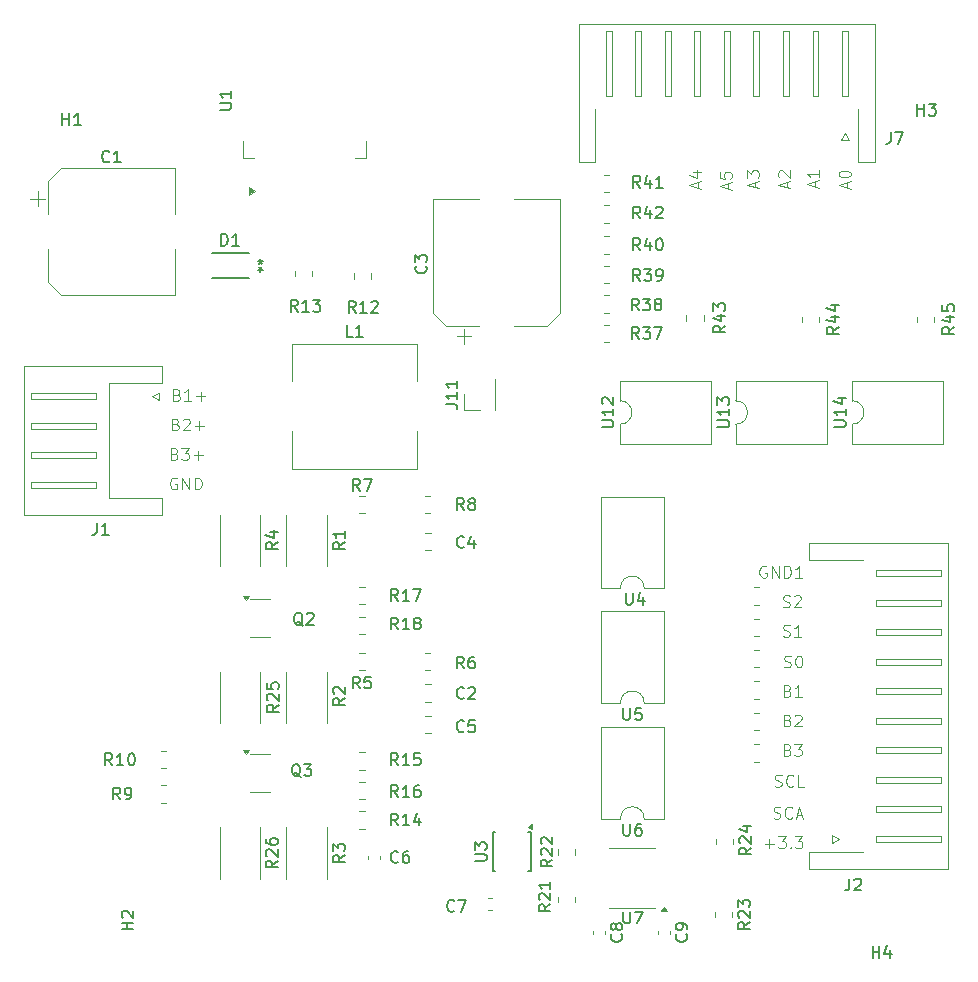
<source format=gbr>
%TF.GenerationSoftware,KiCad,Pcbnew,8.0.4*%
%TF.CreationDate,2024-12-25T17:02:42+05:30*%
%TF.ProjectId,BMS,424d532e-6b69-4636-9164-5f7063625858,rev?*%
%TF.SameCoordinates,Original*%
%TF.FileFunction,Legend,Top*%
%TF.FilePolarity,Positive*%
%FSLAX46Y46*%
G04 Gerber Fmt 4.6, Leading zero omitted, Abs format (unit mm)*
G04 Created by KiCad (PCBNEW 8.0.4) date 2024-12-25 17:02:42*
%MOMM*%
%LPD*%
G01*
G04 APERTURE LIST*
%ADD10C,0.100000*%
%ADD11C,0.150000*%
%ADD12C,0.120000*%
%ADD13C,0.152400*%
G04 APERTURE END LIST*
D10*
X173903274Y-68527899D02*
X173903274Y-68051709D01*
X174188989Y-68623137D02*
X173188989Y-68289804D01*
X173188989Y-68289804D02*
X174188989Y-67956471D01*
X173188989Y-67718375D02*
X173188989Y-67099328D01*
X173188989Y-67099328D02*
X173569941Y-67432661D01*
X173569941Y-67432661D02*
X173569941Y-67289804D01*
X173569941Y-67289804D02*
X173617560Y-67194566D01*
X173617560Y-67194566D02*
X173665179Y-67146947D01*
X173665179Y-67146947D02*
X173760417Y-67099328D01*
X173760417Y-67099328D02*
X173998512Y-67099328D01*
X173998512Y-67099328D02*
X174093750Y-67146947D01*
X174093750Y-67146947D02*
X174141370Y-67194566D01*
X174141370Y-67194566D02*
X174188989Y-67289804D01*
X174188989Y-67289804D02*
X174188989Y-67575518D01*
X174188989Y-67575518D02*
X174141370Y-67670756D01*
X174141370Y-67670756D02*
X174093750Y-67718375D01*
X176637217Y-113648609D02*
X176780074Y-113696228D01*
X176780074Y-113696228D02*
X176827693Y-113743847D01*
X176827693Y-113743847D02*
X176875312Y-113839085D01*
X176875312Y-113839085D02*
X176875312Y-113981942D01*
X176875312Y-113981942D02*
X176827693Y-114077180D01*
X176827693Y-114077180D02*
X176780074Y-114124800D01*
X176780074Y-114124800D02*
X176684836Y-114172419D01*
X176684836Y-114172419D02*
X176303884Y-114172419D01*
X176303884Y-114172419D02*
X176303884Y-113172419D01*
X176303884Y-113172419D02*
X176637217Y-113172419D01*
X176637217Y-113172419D02*
X176732455Y-113220038D01*
X176732455Y-113220038D02*
X176780074Y-113267657D01*
X176780074Y-113267657D02*
X176827693Y-113362895D01*
X176827693Y-113362895D02*
X176827693Y-113458133D01*
X176827693Y-113458133D02*
X176780074Y-113553371D01*
X176780074Y-113553371D02*
X176732455Y-113600990D01*
X176732455Y-113600990D02*
X176637217Y-113648609D01*
X176637217Y-113648609D02*
X176303884Y-113648609D01*
X177256265Y-113267657D02*
X177303884Y-113220038D01*
X177303884Y-113220038D02*
X177399122Y-113172419D01*
X177399122Y-113172419D02*
X177637217Y-113172419D01*
X177637217Y-113172419D02*
X177732455Y-113220038D01*
X177732455Y-113220038D02*
X177780074Y-113267657D01*
X177780074Y-113267657D02*
X177827693Y-113362895D01*
X177827693Y-113362895D02*
X177827693Y-113458133D01*
X177827693Y-113458133D02*
X177780074Y-113600990D01*
X177780074Y-113600990D02*
X177208646Y-114172419D01*
X177208646Y-114172419D02*
X177827693Y-114172419D01*
X176637217Y-116148609D02*
X176780074Y-116196228D01*
X176780074Y-116196228D02*
X176827693Y-116243847D01*
X176827693Y-116243847D02*
X176875312Y-116339085D01*
X176875312Y-116339085D02*
X176875312Y-116481942D01*
X176875312Y-116481942D02*
X176827693Y-116577180D01*
X176827693Y-116577180D02*
X176780074Y-116624800D01*
X176780074Y-116624800D02*
X176684836Y-116672419D01*
X176684836Y-116672419D02*
X176303884Y-116672419D01*
X176303884Y-116672419D02*
X176303884Y-115672419D01*
X176303884Y-115672419D02*
X176637217Y-115672419D01*
X176637217Y-115672419D02*
X176732455Y-115720038D01*
X176732455Y-115720038D02*
X176780074Y-115767657D01*
X176780074Y-115767657D02*
X176827693Y-115862895D01*
X176827693Y-115862895D02*
X176827693Y-115958133D01*
X176827693Y-115958133D02*
X176780074Y-116053371D01*
X176780074Y-116053371D02*
X176732455Y-116100990D01*
X176732455Y-116100990D02*
X176637217Y-116148609D01*
X176637217Y-116148609D02*
X176303884Y-116148609D01*
X177208646Y-115672419D02*
X177827693Y-115672419D01*
X177827693Y-115672419D02*
X177494360Y-116053371D01*
X177494360Y-116053371D02*
X177637217Y-116053371D01*
X177637217Y-116053371D02*
X177732455Y-116100990D01*
X177732455Y-116100990D02*
X177780074Y-116148609D01*
X177780074Y-116148609D02*
X177827693Y-116243847D01*
X177827693Y-116243847D02*
X177827693Y-116481942D01*
X177827693Y-116481942D02*
X177780074Y-116577180D01*
X177780074Y-116577180D02*
X177732455Y-116624800D01*
X177732455Y-116624800D02*
X177637217Y-116672419D01*
X177637217Y-116672419D02*
X177351503Y-116672419D01*
X177351503Y-116672419D02*
X177256265Y-116624800D01*
X177256265Y-116624800D02*
X177208646Y-116577180D01*
X176637217Y-111148609D02*
X176780074Y-111196228D01*
X176780074Y-111196228D02*
X176827693Y-111243847D01*
X176827693Y-111243847D02*
X176875312Y-111339085D01*
X176875312Y-111339085D02*
X176875312Y-111481942D01*
X176875312Y-111481942D02*
X176827693Y-111577180D01*
X176827693Y-111577180D02*
X176780074Y-111624800D01*
X176780074Y-111624800D02*
X176684836Y-111672419D01*
X176684836Y-111672419D02*
X176303884Y-111672419D01*
X176303884Y-111672419D02*
X176303884Y-110672419D01*
X176303884Y-110672419D02*
X176637217Y-110672419D01*
X176637217Y-110672419D02*
X176732455Y-110720038D01*
X176732455Y-110720038D02*
X176780074Y-110767657D01*
X176780074Y-110767657D02*
X176827693Y-110862895D01*
X176827693Y-110862895D02*
X176827693Y-110958133D01*
X176827693Y-110958133D02*
X176780074Y-111053371D01*
X176780074Y-111053371D02*
X176732455Y-111100990D01*
X176732455Y-111100990D02*
X176637217Y-111148609D01*
X176637217Y-111148609D02*
X176303884Y-111148609D01*
X177827693Y-111672419D02*
X177256265Y-111672419D01*
X177541979Y-111672419D02*
X177541979Y-110672419D01*
X177541979Y-110672419D02*
X177446741Y-110815276D01*
X177446741Y-110815276D02*
X177351503Y-110910514D01*
X177351503Y-110910514D02*
X177256265Y-110958133D01*
X174703884Y-124091466D02*
X175465789Y-124091466D01*
X175084836Y-124472419D02*
X175084836Y-123710514D01*
X175846741Y-123472419D02*
X176465788Y-123472419D01*
X176465788Y-123472419D02*
X176132455Y-123853371D01*
X176132455Y-123853371D02*
X176275312Y-123853371D01*
X176275312Y-123853371D02*
X176370550Y-123900990D01*
X176370550Y-123900990D02*
X176418169Y-123948609D01*
X176418169Y-123948609D02*
X176465788Y-124043847D01*
X176465788Y-124043847D02*
X176465788Y-124281942D01*
X176465788Y-124281942D02*
X176418169Y-124377180D01*
X176418169Y-124377180D02*
X176370550Y-124424800D01*
X176370550Y-124424800D02*
X176275312Y-124472419D01*
X176275312Y-124472419D02*
X175989598Y-124472419D01*
X175989598Y-124472419D02*
X175894360Y-124424800D01*
X175894360Y-124424800D02*
X175846741Y-124377180D01*
X176894360Y-124377180D02*
X176941979Y-124424800D01*
X176941979Y-124424800D02*
X176894360Y-124472419D01*
X176894360Y-124472419D02*
X176846741Y-124424800D01*
X176846741Y-124424800D02*
X176894360Y-124377180D01*
X176894360Y-124377180D02*
X176894360Y-124472419D01*
X177275312Y-123472419D02*
X177894359Y-123472419D01*
X177894359Y-123472419D02*
X177561026Y-123853371D01*
X177561026Y-123853371D02*
X177703883Y-123853371D01*
X177703883Y-123853371D02*
X177799121Y-123900990D01*
X177799121Y-123900990D02*
X177846740Y-123948609D01*
X177846740Y-123948609D02*
X177894359Y-124043847D01*
X177894359Y-124043847D02*
X177894359Y-124281942D01*
X177894359Y-124281942D02*
X177846740Y-124377180D01*
X177846740Y-124377180D02*
X177799121Y-124424800D01*
X177799121Y-124424800D02*
X177703883Y-124472419D01*
X177703883Y-124472419D02*
X177418169Y-124472419D01*
X177418169Y-124472419D02*
X177322931Y-124424800D01*
X177322931Y-124424800D02*
X177275312Y-124377180D01*
X124937217Y-86088109D02*
X125080074Y-86135728D01*
X125080074Y-86135728D02*
X125127693Y-86183347D01*
X125127693Y-86183347D02*
X125175312Y-86278585D01*
X125175312Y-86278585D02*
X125175312Y-86421442D01*
X125175312Y-86421442D02*
X125127693Y-86516680D01*
X125127693Y-86516680D02*
X125080074Y-86564300D01*
X125080074Y-86564300D02*
X124984836Y-86611919D01*
X124984836Y-86611919D02*
X124603884Y-86611919D01*
X124603884Y-86611919D02*
X124603884Y-85611919D01*
X124603884Y-85611919D02*
X124937217Y-85611919D01*
X124937217Y-85611919D02*
X125032455Y-85659538D01*
X125032455Y-85659538D02*
X125080074Y-85707157D01*
X125080074Y-85707157D02*
X125127693Y-85802395D01*
X125127693Y-85802395D02*
X125127693Y-85897633D01*
X125127693Y-85897633D02*
X125080074Y-85992871D01*
X125080074Y-85992871D02*
X125032455Y-86040490D01*
X125032455Y-86040490D02*
X124937217Y-86088109D01*
X124937217Y-86088109D02*
X124603884Y-86088109D01*
X126127693Y-86611919D02*
X125556265Y-86611919D01*
X125841979Y-86611919D02*
X125841979Y-85611919D01*
X125841979Y-85611919D02*
X125746741Y-85754776D01*
X125746741Y-85754776D02*
X125651503Y-85850014D01*
X125651503Y-85850014D02*
X125556265Y-85897633D01*
X126556265Y-86230966D02*
X127318170Y-86230966D01*
X126937217Y-86611919D02*
X126937217Y-85850014D01*
X175556265Y-119224800D02*
X175699122Y-119272419D01*
X175699122Y-119272419D02*
X175937217Y-119272419D01*
X175937217Y-119272419D02*
X176032455Y-119224800D01*
X176032455Y-119224800D02*
X176080074Y-119177180D01*
X176080074Y-119177180D02*
X176127693Y-119081942D01*
X176127693Y-119081942D02*
X176127693Y-118986704D01*
X176127693Y-118986704D02*
X176080074Y-118891466D01*
X176080074Y-118891466D02*
X176032455Y-118843847D01*
X176032455Y-118843847D02*
X175937217Y-118796228D01*
X175937217Y-118796228D02*
X175746741Y-118748609D01*
X175746741Y-118748609D02*
X175651503Y-118700990D01*
X175651503Y-118700990D02*
X175603884Y-118653371D01*
X175603884Y-118653371D02*
X175556265Y-118558133D01*
X175556265Y-118558133D02*
X175556265Y-118462895D01*
X175556265Y-118462895D02*
X175603884Y-118367657D01*
X175603884Y-118367657D02*
X175651503Y-118320038D01*
X175651503Y-118320038D02*
X175746741Y-118272419D01*
X175746741Y-118272419D02*
X175984836Y-118272419D01*
X175984836Y-118272419D02*
X176127693Y-118320038D01*
X177127693Y-119177180D02*
X177080074Y-119224800D01*
X177080074Y-119224800D02*
X176937217Y-119272419D01*
X176937217Y-119272419D02*
X176841979Y-119272419D01*
X176841979Y-119272419D02*
X176699122Y-119224800D01*
X176699122Y-119224800D02*
X176603884Y-119129561D01*
X176603884Y-119129561D02*
X176556265Y-119034323D01*
X176556265Y-119034323D02*
X176508646Y-118843847D01*
X176508646Y-118843847D02*
X176508646Y-118700990D01*
X176508646Y-118700990D02*
X176556265Y-118510514D01*
X176556265Y-118510514D02*
X176603884Y-118415276D01*
X176603884Y-118415276D02*
X176699122Y-118320038D01*
X176699122Y-118320038D02*
X176841979Y-118272419D01*
X176841979Y-118272419D02*
X176937217Y-118272419D01*
X176937217Y-118272419D02*
X177080074Y-118320038D01*
X177080074Y-118320038D02*
X177127693Y-118367657D01*
X178032455Y-119272419D02*
X177556265Y-119272419D01*
X177556265Y-119272419D02*
X177556265Y-118272419D01*
X176356265Y-109124800D02*
X176499122Y-109172419D01*
X176499122Y-109172419D02*
X176737217Y-109172419D01*
X176737217Y-109172419D02*
X176832455Y-109124800D01*
X176832455Y-109124800D02*
X176880074Y-109077180D01*
X176880074Y-109077180D02*
X176927693Y-108981942D01*
X176927693Y-108981942D02*
X176927693Y-108886704D01*
X176927693Y-108886704D02*
X176880074Y-108791466D01*
X176880074Y-108791466D02*
X176832455Y-108743847D01*
X176832455Y-108743847D02*
X176737217Y-108696228D01*
X176737217Y-108696228D02*
X176546741Y-108648609D01*
X176546741Y-108648609D02*
X176451503Y-108600990D01*
X176451503Y-108600990D02*
X176403884Y-108553371D01*
X176403884Y-108553371D02*
X176356265Y-108458133D01*
X176356265Y-108458133D02*
X176356265Y-108362895D01*
X176356265Y-108362895D02*
X176403884Y-108267657D01*
X176403884Y-108267657D02*
X176451503Y-108220038D01*
X176451503Y-108220038D02*
X176546741Y-108172419D01*
X176546741Y-108172419D02*
X176784836Y-108172419D01*
X176784836Y-108172419D02*
X176927693Y-108220038D01*
X177546741Y-108172419D02*
X177641979Y-108172419D01*
X177641979Y-108172419D02*
X177737217Y-108220038D01*
X177737217Y-108220038D02*
X177784836Y-108267657D01*
X177784836Y-108267657D02*
X177832455Y-108362895D01*
X177832455Y-108362895D02*
X177880074Y-108553371D01*
X177880074Y-108553371D02*
X177880074Y-108791466D01*
X177880074Y-108791466D02*
X177832455Y-108981942D01*
X177832455Y-108981942D02*
X177784836Y-109077180D01*
X177784836Y-109077180D02*
X177737217Y-109124800D01*
X177737217Y-109124800D02*
X177641979Y-109172419D01*
X177641979Y-109172419D02*
X177546741Y-109172419D01*
X177546741Y-109172419D02*
X177451503Y-109124800D01*
X177451503Y-109124800D02*
X177403884Y-109077180D01*
X177403884Y-109077180D02*
X177356265Y-108981942D01*
X177356265Y-108981942D02*
X177308646Y-108791466D01*
X177308646Y-108791466D02*
X177308646Y-108553371D01*
X177308646Y-108553371D02*
X177356265Y-108362895D01*
X177356265Y-108362895D02*
X177403884Y-108267657D01*
X177403884Y-108267657D02*
X177451503Y-108220038D01*
X177451503Y-108220038D02*
X177546741Y-108172419D01*
X124927693Y-93159538D02*
X124832455Y-93111919D01*
X124832455Y-93111919D02*
X124689598Y-93111919D01*
X124689598Y-93111919D02*
X124546741Y-93159538D01*
X124546741Y-93159538D02*
X124451503Y-93254776D01*
X124451503Y-93254776D02*
X124403884Y-93350014D01*
X124403884Y-93350014D02*
X124356265Y-93540490D01*
X124356265Y-93540490D02*
X124356265Y-93683347D01*
X124356265Y-93683347D02*
X124403884Y-93873823D01*
X124403884Y-93873823D02*
X124451503Y-93969061D01*
X124451503Y-93969061D02*
X124546741Y-94064300D01*
X124546741Y-94064300D02*
X124689598Y-94111919D01*
X124689598Y-94111919D02*
X124784836Y-94111919D01*
X124784836Y-94111919D02*
X124927693Y-94064300D01*
X124927693Y-94064300D02*
X124975312Y-94016680D01*
X124975312Y-94016680D02*
X124975312Y-93683347D01*
X124975312Y-93683347D02*
X124784836Y-93683347D01*
X125403884Y-94111919D02*
X125403884Y-93111919D01*
X125403884Y-93111919D02*
X125975312Y-94111919D01*
X125975312Y-94111919D02*
X125975312Y-93111919D01*
X126451503Y-94111919D02*
X126451503Y-93111919D01*
X126451503Y-93111919D02*
X126689598Y-93111919D01*
X126689598Y-93111919D02*
X126832455Y-93159538D01*
X126832455Y-93159538D02*
X126927693Y-93254776D01*
X126927693Y-93254776D02*
X126975312Y-93350014D01*
X126975312Y-93350014D02*
X127022931Y-93540490D01*
X127022931Y-93540490D02*
X127022931Y-93683347D01*
X127022931Y-93683347D02*
X126975312Y-93873823D01*
X126975312Y-93873823D02*
X126927693Y-93969061D01*
X126927693Y-93969061D02*
X126832455Y-94064300D01*
X126832455Y-94064300D02*
X126689598Y-94111919D01*
X126689598Y-94111919D02*
X126451503Y-94111919D01*
X176256265Y-106524800D02*
X176399122Y-106572419D01*
X176399122Y-106572419D02*
X176637217Y-106572419D01*
X176637217Y-106572419D02*
X176732455Y-106524800D01*
X176732455Y-106524800D02*
X176780074Y-106477180D01*
X176780074Y-106477180D02*
X176827693Y-106381942D01*
X176827693Y-106381942D02*
X176827693Y-106286704D01*
X176827693Y-106286704D02*
X176780074Y-106191466D01*
X176780074Y-106191466D02*
X176732455Y-106143847D01*
X176732455Y-106143847D02*
X176637217Y-106096228D01*
X176637217Y-106096228D02*
X176446741Y-106048609D01*
X176446741Y-106048609D02*
X176351503Y-106000990D01*
X176351503Y-106000990D02*
X176303884Y-105953371D01*
X176303884Y-105953371D02*
X176256265Y-105858133D01*
X176256265Y-105858133D02*
X176256265Y-105762895D01*
X176256265Y-105762895D02*
X176303884Y-105667657D01*
X176303884Y-105667657D02*
X176351503Y-105620038D01*
X176351503Y-105620038D02*
X176446741Y-105572419D01*
X176446741Y-105572419D02*
X176684836Y-105572419D01*
X176684836Y-105572419D02*
X176827693Y-105620038D01*
X177780074Y-106572419D02*
X177208646Y-106572419D01*
X177494360Y-106572419D02*
X177494360Y-105572419D01*
X177494360Y-105572419D02*
X177399122Y-105715276D01*
X177399122Y-105715276D02*
X177303884Y-105810514D01*
X177303884Y-105810514D02*
X177208646Y-105858133D01*
X124837217Y-88588109D02*
X124980074Y-88635728D01*
X124980074Y-88635728D02*
X125027693Y-88683347D01*
X125027693Y-88683347D02*
X125075312Y-88778585D01*
X125075312Y-88778585D02*
X125075312Y-88921442D01*
X125075312Y-88921442D02*
X125027693Y-89016680D01*
X125027693Y-89016680D02*
X124980074Y-89064300D01*
X124980074Y-89064300D02*
X124884836Y-89111919D01*
X124884836Y-89111919D02*
X124503884Y-89111919D01*
X124503884Y-89111919D02*
X124503884Y-88111919D01*
X124503884Y-88111919D02*
X124837217Y-88111919D01*
X124837217Y-88111919D02*
X124932455Y-88159538D01*
X124932455Y-88159538D02*
X124980074Y-88207157D01*
X124980074Y-88207157D02*
X125027693Y-88302395D01*
X125027693Y-88302395D02*
X125027693Y-88397633D01*
X125027693Y-88397633D02*
X124980074Y-88492871D01*
X124980074Y-88492871D02*
X124932455Y-88540490D01*
X124932455Y-88540490D02*
X124837217Y-88588109D01*
X124837217Y-88588109D02*
X124503884Y-88588109D01*
X125456265Y-88207157D02*
X125503884Y-88159538D01*
X125503884Y-88159538D02*
X125599122Y-88111919D01*
X125599122Y-88111919D02*
X125837217Y-88111919D01*
X125837217Y-88111919D02*
X125932455Y-88159538D01*
X125932455Y-88159538D02*
X125980074Y-88207157D01*
X125980074Y-88207157D02*
X126027693Y-88302395D01*
X126027693Y-88302395D02*
X126027693Y-88397633D01*
X126027693Y-88397633D02*
X125980074Y-88540490D01*
X125980074Y-88540490D02*
X125408646Y-89111919D01*
X125408646Y-89111919D02*
X126027693Y-89111919D01*
X126456265Y-88730966D02*
X127218170Y-88730966D01*
X126837217Y-89111919D02*
X126837217Y-88350014D01*
X181686704Y-68543734D02*
X181686704Y-68067544D01*
X181972419Y-68638972D02*
X180972419Y-68305639D01*
X180972419Y-68305639D02*
X181972419Y-67972306D01*
X180972419Y-67448496D02*
X180972419Y-67353258D01*
X180972419Y-67353258D02*
X181020038Y-67258020D01*
X181020038Y-67258020D02*
X181067657Y-67210401D01*
X181067657Y-67210401D02*
X181162895Y-67162782D01*
X181162895Y-67162782D02*
X181353371Y-67115163D01*
X181353371Y-67115163D02*
X181591466Y-67115163D01*
X181591466Y-67115163D02*
X181781942Y-67162782D01*
X181781942Y-67162782D02*
X181877180Y-67210401D01*
X181877180Y-67210401D02*
X181924800Y-67258020D01*
X181924800Y-67258020D02*
X181972419Y-67353258D01*
X181972419Y-67353258D02*
X181972419Y-67448496D01*
X181972419Y-67448496D02*
X181924800Y-67543734D01*
X181924800Y-67543734D02*
X181877180Y-67591353D01*
X181877180Y-67591353D02*
X181781942Y-67638972D01*
X181781942Y-67638972D02*
X181591466Y-67686591D01*
X181591466Y-67686591D02*
X181353371Y-67686591D01*
X181353371Y-67686591D02*
X181162895Y-67638972D01*
X181162895Y-67638972D02*
X181067657Y-67591353D01*
X181067657Y-67591353D02*
X181020038Y-67543734D01*
X181020038Y-67543734D02*
X180972419Y-67448496D01*
X176256265Y-104024800D02*
X176399122Y-104072419D01*
X176399122Y-104072419D02*
X176637217Y-104072419D01*
X176637217Y-104072419D02*
X176732455Y-104024800D01*
X176732455Y-104024800D02*
X176780074Y-103977180D01*
X176780074Y-103977180D02*
X176827693Y-103881942D01*
X176827693Y-103881942D02*
X176827693Y-103786704D01*
X176827693Y-103786704D02*
X176780074Y-103691466D01*
X176780074Y-103691466D02*
X176732455Y-103643847D01*
X176732455Y-103643847D02*
X176637217Y-103596228D01*
X176637217Y-103596228D02*
X176446741Y-103548609D01*
X176446741Y-103548609D02*
X176351503Y-103500990D01*
X176351503Y-103500990D02*
X176303884Y-103453371D01*
X176303884Y-103453371D02*
X176256265Y-103358133D01*
X176256265Y-103358133D02*
X176256265Y-103262895D01*
X176256265Y-103262895D02*
X176303884Y-103167657D01*
X176303884Y-103167657D02*
X176351503Y-103120038D01*
X176351503Y-103120038D02*
X176446741Y-103072419D01*
X176446741Y-103072419D02*
X176684836Y-103072419D01*
X176684836Y-103072419D02*
X176827693Y-103120038D01*
X177208646Y-103167657D02*
X177256265Y-103120038D01*
X177256265Y-103120038D02*
X177351503Y-103072419D01*
X177351503Y-103072419D02*
X177589598Y-103072419D01*
X177589598Y-103072419D02*
X177684836Y-103120038D01*
X177684836Y-103120038D02*
X177732455Y-103167657D01*
X177732455Y-103167657D02*
X177780074Y-103262895D01*
X177780074Y-103262895D02*
X177780074Y-103358133D01*
X177780074Y-103358133D02*
X177732455Y-103500990D01*
X177732455Y-103500990D02*
X177161027Y-104072419D01*
X177161027Y-104072419D02*
X177780074Y-104072419D01*
X178972506Y-68515505D02*
X178972506Y-68039315D01*
X179258221Y-68610743D02*
X178258221Y-68277410D01*
X178258221Y-68277410D02*
X179258221Y-67944077D01*
X179258221Y-67086934D02*
X179258221Y-67658362D01*
X179258221Y-67372648D02*
X178258221Y-67372648D01*
X178258221Y-67372648D02*
X178401078Y-67467886D01*
X178401078Y-67467886D02*
X178496316Y-67563124D01*
X178496316Y-67563124D02*
X178543935Y-67658362D01*
X124737217Y-91088109D02*
X124880074Y-91135728D01*
X124880074Y-91135728D02*
X124927693Y-91183347D01*
X124927693Y-91183347D02*
X124975312Y-91278585D01*
X124975312Y-91278585D02*
X124975312Y-91421442D01*
X124975312Y-91421442D02*
X124927693Y-91516680D01*
X124927693Y-91516680D02*
X124880074Y-91564300D01*
X124880074Y-91564300D02*
X124784836Y-91611919D01*
X124784836Y-91611919D02*
X124403884Y-91611919D01*
X124403884Y-91611919D02*
X124403884Y-90611919D01*
X124403884Y-90611919D02*
X124737217Y-90611919D01*
X124737217Y-90611919D02*
X124832455Y-90659538D01*
X124832455Y-90659538D02*
X124880074Y-90707157D01*
X124880074Y-90707157D02*
X124927693Y-90802395D01*
X124927693Y-90802395D02*
X124927693Y-90897633D01*
X124927693Y-90897633D02*
X124880074Y-90992871D01*
X124880074Y-90992871D02*
X124832455Y-91040490D01*
X124832455Y-91040490D02*
X124737217Y-91088109D01*
X124737217Y-91088109D02*
X124403884Y-91088109D01*
X125308646Y-90611919D02*
X125927693Y-90611919D01*
X125927693Y-90611919D02*
X125594360Y-90992871D01*
X125594360Y-90992871D02*
X125737217Y-90992871D01*
X125737217Y-90992871D02*
X125832455Y-91040490D01*
X125832455Y-91040490D02*
X125880074Y-91088109D01*
X125880074Y-91088109D02*
X125927693Y-91183347D01*
X125927693Y-91183347D02*
X125927693Y-91421442D01*
X125927693Y-91421442D02*
X125880074Y-91516680D01*
X125880074Y-91516680D02*
X125832455Y-91564300D01*
X125832455Y-91564300D02*
X125737217Y-91611919D01*
X125737217Y-91611919D02*
X125451503Y-91611919D01*
X125451503Y-91611919D02*
X125356265Y-91564300D01*
X125356265Y-91564300D02*
X125308646Y-91516680D01*
X126356265Y-91230966D02*
X127118170Y-91230966D01*
X126737217Y-91611919D02*
X126737217Y-90850014D01*
X176555635Y-68527899D02*
X176555635Y-68051709D01*
X176841350Y-68623137D02*
X175841350Y-68289804D01*
X175841350Y-68289804D02*
X176841350Y-67956471D01*
X175936588Y-67670756D02*
X175888969Y-67623137D01*
X175888969Y-67623137D02*
X175841350Y-67527899D01*
X175841350Y-67527899D02*
X175841350Y-67289804D01*
X175841350Y-67289804D02*
X175888969Y-67194566D01*
X175888969Y-67194566D02*
X175936588Y-67146947D01*
X175936588Y-67146947D02*
X176031826Y-67099328D01*
X176031826Y-67099328D02*
X176127064Y-67099328D01*
X176127064Y-67099328D02*
X176269921Y-67146947D01*
X176269921Y-67146947D02*
X176841350Y-67718375D01*
X176841350Y-67718375D02*
X176841350Y-67099328D01*
X175456265Y-121924800D02*
X175599122Y-121972419D01*
X175599122Y-121972419D02*
X175837217Y-121972419D01*
X175837217Y-121972419D02*
X175932455Y-121924800D01*
X175932455Y-121924800D02*
X175980074Y-121877180D01*
X175980074Y-121877180D02*
X176027693Y-121781942D01*
X176027693Y-121781942D02*
X176027693Y-121686704D01*
X176027693Y-121686704D02*
X175980074Y-121591466D01*
X175980074Y-121591466D02*
X175932455Y-121543847D01*
X175932455Y-121543847D02*
X175837217Y-121496228D01*
X175837217Y-121496228D02*
X175646741Y-121448609D01*
X175646741Y-121448609D02*
X175551503Y-121400990D01*
X175551503Y-121400990D02*
X175503884Y-121353371D01*
X175503884Y-121353371D02*
X175456265Y-121258133D01*
X175456265Y-121258133D02*
X175456265Y-121162895D01*
X175456265Y-121162895D02*
X175503884Y-121067657D01*
X175503884Y-121067657D02*
X175551503Y-121020038D01*
X175551503Y-121020038D02*
X175646741Y-120972419D01*
X175646741Y-120972419D02*
X175884836Y-120972419D01*
X175884836Y-120972419D02*
X176027693Y-121020038D01*
X177027693Y-121877180D02*
X176980074Y-121924800D01*
X176980074Y-121924800D02*
X176837217Y-121972419D01*
X176837217Y-121972419D02*
X176741979Y-121972419D01*
X176741979Y-121972419D02*
X176599122Y-121924800D01*
X176599122Y-121924800D02*
X176503884Y-121829561D01*
X176503884Y-121829561D02*
X176456265Y-121734323D01*
X176456265Y-121734323D02*
X176408646Y-121543847D01*
X176408646Y-121543847D02*
X176408646Y-121400990D01*
X176408646Y-121400990D02*
X176456265Y-121210514D01*
X176456265Y-121210514D02*
X176503884Y-121115276D01*
X176503884Y-121115276D02*
X176599122Y-121020038D01*
X176599122Y-121020038D02*
X176741979Y-120972419D01*
X176741979Y-120972419D02*
X176837217Y-120972419D01*
X176837217Y-120972419D02*
X176980074Y-121020038D01*
X176980074Y-121020038D02*
X177027693Y-121067657D01*
X177408646Y-121686704D02*
X177884836Y-121686704D01*
X177313408Y-121972419D02*
X177646741Y-120972419D01*
X177646741Y-120972419D02*
X177980074Y-121972419D01*
X169044743Y-68577476D02*
X169044743Y-68101286D01*
X169330458Y-68672714D02*
X168330458Y-68339381D01*
X168330458Y-68339381D02*
X169330458Y-68006048D01*
X168663791Y-67244143D02*
X169330458Y-67244143D01*
X168282839Y-67482238D02*
X168997124Y-67720333D01*
X168997124Y-67720333D02*
X168997124Y-67101286D01*
X171610345Y-68639447D02*
X171610345Y-68163257D01*
X171896060Y-68734685D02*
X170896060Y-68401352D01*
X170896060Y-68401352D02*
X171896060Y-68068019D01*
X170896060Y-67258495D02*
X170896060Y-67734685D01*
X170896060Y-67734685D02*
X171372250Y-67782304D01*
X171372250Y-67782304D02*
X171324631Y-67734685D01*
X171324631Y-67734685D02*
X171277012Y-67639447D01*
X171277012Y-67639447D02*
X171277012Y-67401352D01*
X171277012Y-67401352D02*
X171324631Y-67306114D01*
X171324631Y-67306114D02*
X171372250Y-67258495D01*
X171372250Y-67258495D02*
X171467488Y-67210876D01*
X171467488Y-67210876D02*
X171705583Y-67210876D01*
X171705583Y-67210876D02*
X171800821Y-67258495D01*
X171800821Y-67258495D02*
X171848441Y-67306114D01*
X171848441Y-67306114D02*
X171896060Y-67401352D01*
X171896060Y-67401352D02*
X171896060Y-67639447D01*
X171896060Y-67639447D02*
X171848441Y-67734685D01*
X171848441Y-67734685D02*
X171800821Y-67782304D01*
X174827693Y-100620038D02*
X174732455Y-100572419D01*
X174732455Y-100572419D02*
X174589598Y-100572419D01*
X174589598Y-100572419D02*
X174446741Y-100620038D01*
X174446741Y-100620038D02*
X174351503Y-100715276D01*
X174351503Y-100715276D02*
X174303884Y-100810514D01*
X174303884Y-100810514D02*
X174256265Y-101000990D01*
X174256265Y-101000990D02*
X174256265Y-101143847D01*
X174256265Y-101143847D02*
X174303884Y-101334323D01*
X174303884Y-101334323D02*
X174351503Y-101429561D01*
X174351503Y-101429561D02*
X174446741Y-101524800D01*
X174446741Y-101524800D02*
X174589598Y-101572419D01*
X174589598Y-101572419D02*
X174684836Y-101572419D01*
X174684836Y-101572419D02*
X174827693Y-101524800D01*
X174827693Y-101524800D02*
X174875312Y-101477180D01*
X174875312Y-101477180D02*
X174875312Y-101143847D01*
X174875312Y-101143847D02*
X174684836Y-101143847D01*
X175303884Y-101572419D02*
X175303884Y-100572419D01*
X175303884Y-100572419D02*
X175875312Y-101572419D01*
X175875312Y-101572419D02*
X175875312Y-100572419D01*
X176351503Y-101572419D02*
X176351503Y-100572419D01*
X176351503Y-100572419D02*
X176589598Y-100572419D01*
X176589598Y-100572419D02*
X176732455Y-100620038D01*
X176732455Y-100620038D02*
X176827693Y-100715276D01*
X176827693Y-100715276D02*
X176875312Y-100810514D01*
X176875312Y-100810514D02*
X176922931Y-101000990D01*
X176922931Y-101000990D02*
X176922931Y-101143847D01*
X176922931Y-101143847D02*
X176875312Y-101334323D01*
X176875312Y-101334323D02*
X176827693Y-101429561D01*
X176827693Y-101429561D02*
X176732455Y-101524800D01*
X176732455Y-101524800D02*
X176589598Y-101572419D01*
X176589598Y-101572419D02*
X176351503Y-101572419D01*
X177875312Y-101572419D02*
X177303884Y-101572419D01*
X177589598Y-101572419D02*
X177589598Y-100572419D01*
X177589598Y-100572419D02*
X177494360Y-100715276D01*
X177494360Y-100715276D02*
X177399122Y-100810514D01*
X177399122Y-100810514D02*
X177303884Y-100858133D01*
D11*
X162559580Y-131766666D02*
X162607200Y-131814285D01*
X162607200Y-131814285D02*
X162654819Y-131957142D01*
X162654819Y-131957142D02*
X162654819Y-132052380D01*
X162654819Y-132052380D02*
X162607200Y-132195237D01*
X162607200Y-132195237D02*
X162511961Y-132290475D01*
X162511961Y-132290475D02*
X162416723Y-132338094D01*
X162416723Y-132338094D02*
X162226247Y-132385713D01*
X162226247Y-132385713D02*
X162083390Y-132385713D01*
X162083390Y-132385713D02*
X161892914Y-132338094D01*
X161892914Y-132338094D02*
X161797676Y-132290475D01*
X161797676Y-132290475D02*
X161702438Y-132195237D01*
X161702438Y-132195237D02*
X161654819Y-132052380D01*
X161654819Y-132052380D02*
X161654819Y-131957142D01*
X161654819Y-131957142D02*
X161702438Y-131814285D01*
X161702438Y-131814285D02*
X161750057Y-131766666D01*
X162083390Y-131195237D02*
X162035771Y-131290475D01*
X162035771Y-131290475D02*
X161988152Y-131338094D01*
X161988152Y-131338094D02*
X161892914Y-131385713D01*
X161892914Y-131385713D02*
X161845295Y-131385713D01*
X161845295Y-131385713D02*
X161750057Y-131338094D01*
X161750057Y-131338094D02*
X161702438Y-131290475D01*
X161702438Y-131290475D02*
X161654819Y-131195237D01*
X161654819Y-131195237D02*
X161654819Y-131004761D01*
X161654819Y-131004761D02*
X161702438Y-130909523D01*
X161702438Y-130909523D02*
X161750057Y-130861904D01*
X161750057Y-130861904D02*
X161845295Y-130814285D01*
X161845295Y-130814285D02*
X161892914Y-130814285D01*
X161892914Y-130814285D02*
X161988152Y-130861904D01*
X161988152Y-130861904D02*
X162035771Y-130909523D01*
X162035771Y-130909523D02*
X162083390Y-131004761D01*
X162083390Y-131004761D02*
X162083390Y-131195237D01*
X162083390Y-131195237D02*
X162131009Y-131290475D01*
X162131009Y-131290475D02*
X162178628Y-131338094D01*
X162178628Y-131338094D02*
X162273866Y-131385713D01*
X162273866Y-131385713D02*
X162464342Y-131385713D01*
X162464342Y-131385713D02*
X162559580Y-131338094D01*
X162559580Y-131338094D02*
X162607200Y-131290475D01*
X162607200Y-131290475D02*
X162654819Y-131195237D01*
X162654819Y-131195237D02*
X162654819Y-131004761D01*
X162654819Y-131004761D02*
X162607200Y-130909523D01*
X162607200Y-130909523D02*
X162559580Y-130861904D01*
X162559580Y-130861904D02*
X162464342Y-130814285D01*
X162464342Y-130814285D02*
X162273866Y-130814285D01*
X162273866Y-130814285D02*
X162178628Y-130861904D01*
X162178628Y-130861904D02*
X162131009Y-130909523D01*
X162131009Y-130909523D02*
X162083390Y-131004761D01*
X121254819Y-131361904D02*
X120254819Y-131361904D01*
X120731009Y-131361904D02*
X120731009Y-130790476D01*
X121254819Y-130790476D02*
X120254819Y-130790476D01*
X120350057Y-130361904D02*
X120302438Y-130314285D01*
X120302438Y-130314285D02*
X120254819Y-130219047D01*
X120254819Y-130219047D02*
X120254819Y-129980952D01*
X120254819Y-129980952D02*
X120302438Y-129885714D01*
X120302438Y-129885714D02*
X120350057Y-129838095D01*
X120350057Y-129838095D02*
X120445295Y-129790476D01*
X120445295Y-129790476D02*
X120540533Y-129790476D01*
X120540533Y-129790476D02*
X120683390Y-129838095D01*
X120683390Y-129838095D02*
X121254819Y-130409523D01*
X121254819Y-130409523D02*
X121254819Y-129790476D01*
X170699819Y-88828094D02*
X171509342Y-88828094D01*
X171509342Y-88828094D02*
X171604580Y-88780475D01*
X171604580Y-88780475D02*
X171652200Y-88732856D01*
X171652200Y-88732856D02*
X171699819Y-88637618D01*
X171699819Y-88637618D02*
X171699819Y-88447142D01*
X171699819Y-88447142D02*
X171652200Y-88351904D01*
X171652200Y-88351904D02*
X171604580Y-88304285D01*
X171604580Y-88304285D02*
X171509342Y-88256666D01*
X171509342Y-88256666D02*
X170699819Y-88256666D01*
X171699819Y-87256666D02*
X171699819Y-87828094D01*
X171699819Y-87542380D02*
X170699819Y-87542380D01*
X170699819Y-87542380D02*
X170842676Y-87637618D01*
X170842676Y-87637618D02*
X170937914Y-87732856D01*
X170937914Y-87732856D02*
X170985533Y-87828094D01*
X170699819Y-86923332D02*
X170699819Y-86304285D01*
X170699819Y-86304285D02*
X171080771Y-86637618D01*
X171080771Y-86637618D02*
X171080771Y-86494761D01*
X171080771Y-86494761D02*
X171128390Y-86399523D01*
X171128390Y-86399523D02*
X171176009Y-86351904D01*
X171176009Y-86351904D02*
X171271247Y-86304285D01*
X171271247Y-86304285D02*
X171509342Y-86304285D01*
X171509342Y-86304285D02*
X171604580Y-86351904D01*
X171604580Y-86351904D02*
X171652200Y-86399523D01*
X171652200Y-86399523D02*
X171699819Y-86494761D01*
X171699819Y-86494761D02*
X171699819Y-86780475D01*
X171699819Y-86780475D02*
X171652200Y-86875713D01*
X171652200Y-86875713D02*
X171604580Y-86923332D01*
X145993780Y-75190866D02*
X146041400Y-75238485D01*
X146041400Y-75238485D02*
X146089019Y-75381342D01*
X146089019Y-75381342D02*
X146089019Y-75476580D01*
X146089019Y-75476580D02*
X146041400Y-75619437D01*
X146041400Y-75619437D02*
X145946161Y-75714675D01*
X145946161Y-75714675D02*
X145850923Y-75762294D01*
X145850923Y-75762294D02*
X145660447Y-75809913D01*
X145660447Y-75809913D02*
X145517590Y-75809913D01*
X145517590Y-75809913D02*
X145327114Y-75762294D01*
X145327114Y-75762294D02*
X145231876Y-75714675D01*
X145231876Y-75714675D02*
X145136638Y-75619437D01*
X145136638Y-75619437D02*
X145089019Y-75476580D01*
X145089019Y-75476580D02*
X145089019Y-75381342D01*
X145089019Y-75381342D02*
X145136638Y-75238485D01*
X145136638Y-75238485D02*
X145184257Y-75190866D01*
X145089019Y-74857532D02*
X145089019Y-74238485D01*
X145089019Y-74238485D02*
X145469971Y-74571818D01*
X145469971Y-74571818D02*
X145469971Y-74428961D01*
X145469971Y-74428961D02*
X145517590Y-74333723D01*
X145517590Y-74333723D02*
X145565209Y-74286104D01*
X145565209Y-74286104D02*
X145660447Y-74238485D01*
X145660447Y-74238485D02*
X145898542Y-74238485D01*
X145898542Y-74238485D02*
X145993780Y-74286104D01*
X145993780Y-74286104D02*
X146041400Y-74333723D01*
X146041400Y-74333723D02*
X146089019Y-74428961D01*
X146089019Y-74428961D02*
X146089019Y-74714675D01*
X146089019Y-74714675D02*
X146041400Y-74809913D01*
X146041400Y-74809913D02*
X145993780Y-74857532D01*
X119457142Y-117454819D02*
X119123809Y-116978628D01*
X118885714Y-117454819D02*
X118885714Y-116454819D01*
X118885714Y-116454819D02*
X119266666Y-116454819D01*
X119266666Y-116454819D02*
X119361904Y-116502438D01*
X119361904Y-116502438D02*
X119409523Y-116550057D01*
X119409523Y-116550057D02*
X119457142Y-116645295D01*
X119457142Y-116645295D02*
X119457142Y-116788152D01*
X119457142Y-116788152D02*
X119409523Y-116883390D01*
X119409523Y-116883390D02*
X119361904Y-116931009D01*
X119361904Y-116931009D02*
X119266666Y-116978628D01*
X119266666Y-116978628D02*
X118885714Y-116978628D01*
X120409523Y-117454819D02*
X119838095Y-117454819D01*
X120123809Y-117454819D02*
X120123809Y-116454819D01*
X120123809Y-116454819D02*
X120028571Y-116597676D01*
X120028571Y-116597676D02*
X119933333Y-116692914D01*
X119933333Y-116692914D02*
X119838095Y-116740533D01*
X121028571Y-116454819D02*
X121123809Y-116454819D01*
X121123809Y-116454819D02*
X121219047Y-116502438D01*
X121219047Y-116502438D02*
X121266666Y-116550057D01*
X121266666Y-116550057D02*
X121314285Y-116645295D01*
X121314285Y-116645295D02*
X121361904Y-116835771D01*
X121361904Y-116835771D02*
X121361904Y-117073866D01*
X121361904Y-117073866D02*
X121314285Y-117264342D01*
X121314285Y-117264342D02*
X121266666Y-117359580D01*
X121266666Y-117359580D02*
X121219047Y-117407200D01*
X121219047Y-117407200D02*
X121123809Y-117454819D01*
X121123809Y-117454819D02*
X121028571Y-117454819D01*
X121028571Y-117454819D02*
X120933333Y-117407200D01*
X120933333Y-117407200D02*
X120885714Y-117359580D01*
X120885714Y-117359580D02*
X120838095Y-117264342D01*
X120838095Y-117264342D02*
X120790476Y-117073866D01*
X120790476Y-117073866D02*
X120790476Y-116835771D01*
X120790476Y-116835771D02*
X120838095Y-116645295D01*
X120838095Y-116645295D02*
X120885714Y-116550057D01*
X120885714Y-116550057D02*
X120933333Y-116502438D01*
X120933333Y-116502438D02*
X121028571Y-116454819D01*
X143657142Y-117454819D02*
X143323809Y-116978628D01*
X143085714Y-117454819D02*
X143085714Y-116454819D01*
X143085714Y-116454819D02*
X143466666Y-116454819D01*
X143466666Y-116454819D02*
X143561904Y-116502438D01*
X143561904Y-116502438D02*
X143609523Y-116550057D01*
X143609523Y-116550057D02*
X143657142Y-116645295D01*
X143657142Y-116645295D02*
X143657142Y-116788152D01*
X143657142Y-116788152D02*
X143609523Y-116883390D01*
X143609523Y-116883390D02*
X143561904Y-116931009D01*
X143561904Y-116931009D02*
X143466666Y-116978628D01*
X143466666Y-116978628D02*
X143085714Y-116978628D01*
X144609523Y-117454819D02*
X144038095Y-117454819D01*
X144323809Y-117454819D02*
X144323809Y-116454819D01*
X144323809Y-116454819D02*
X144228571Y-116597676D01*
X144228571Y-116597676D02*
X144133333Y-116692914D01*
X144133333Y-116692914D02*
X144038095Y-116740533D01*
X145514285Y-116454819D02*
X145038095Y-116454819D01*
X145038095Y-116454819D02*
X144990476Y-116931009D01*
X144990476Y-116931009D02*
X145038095Y-116883390D01*
X145038095Y-116883390D02*
X145133333Y-116835771D01*
X145133333Y-116835771D02*
X145371428Y-116835771D01*
X145371428Y-116835771D02*
X145466666Y-116883390D01*
X145466666Y-116883390D02*
X145514285Y-116931009D01*
X145514285Y-116931009D02*
X145561904Y-117026247D01*
X145561904Y-117026247D02*
X145561904Y-117264342D01*
X145561904Y-117264342D02*
X145514285Y-117359580D01*
X145514285Y-117359580D02*
X145466666Y-117407200D01*
X145466666Y-117407200D02*
X145371428Y-117454819D01*
X145371428Y-117454819D02*
X145133333Y-117454819D01*
X145133333Y-117454819D02*
X145038095Y-117407200D01*
X145038095Y-117407200D02*
X144990476Y-117359580D01*
X140433333Y-110954819D02*
X140100000Y-110478628D01*
X139861905Y-110954819D02*
X139861905Y-109954819D01*
X139861905Y-109954819D02*
X140242857Y-109954819D01*
X140242857Y-109954819D02*
X140338095Y-110002438D01*
X140338095Y-110002438D02*
X140385714Y-110050057D01*
X140385714Y-110050057D02*
X140433333Y-110145295D01*
X140433333Y-110145295D02*
X140433333Y-110288152D01*
X140433333Y-110288152D02*
X140385714Y-110383390D01*
X140385714Y-110383390D02*
X140338095Y-110431009D01*
X140338095Y-110431009D02*
X140242857Y-110478628D01*
X140242857Y-110478628D02*
X139861905Y-110478628D01*
X141338095Y-109954819D02*
X140861905Y-109954819D01*
X140861905Y-109954819D02*
X140814286Y-110431009D01*
X140814286Y-110431009D02*
X140861905Y-110383390D01*
X140861905Y-110383390D02*
X140957143Y-110335771D01*
X140957143Y-110335771D02*
X141195238Y-110335771D01*
X141195238Y-110335771D02*
X141290476Y-110383390D01*
X141290476Y-110383390D02*
X141338095Y-110431009D01*
X141338095Y-110431009D02*
X141385714Y-110526247D01*
X141385714Y-110526247D02*
X141385714Y-110764342D01*
X141385714Y-110764342D02*
X141338095Y-110859580D01*
X141338095Y-110859580D02*
X141290476Y-110907200D01*
X141290476Y-110907200D02*
X141195238Y-110954819D01*
X141195238Y-110954819D02*
X140957143Y-110954819D01*
X140957143Y-110954819D02*
X140861905Y-110907200D01*
X140861905Y-110907200D02*
X140814286Y-110859580D01*
X160899819Y-88828094D02*
X161709342Y-88828094D01*
X161709342Y-88828094D02*
X161804580Y-88780475D01*
X161804580Y-88780475D02*
X161852200Y-88732856D01*
X161852200Y-88732856D02*
X161899819Y-88637618D01*
X161899819Y-88637618D02*
X161899819Y-88447142D01*
X161899819Y-88447142D02*
X161852200Y-88351904D01*
X161852200Y-88351904D02*
X161804580Y-88304285D01*
X161804580Y-88304285D02*
X161709342Y-88256666D01*
X161709342Y-88256666D02*
X160899819Y-88256666D01*
X161899819Y-87256666D02*
X161899819Y-87828094D01*
X161899819Y-87542380D02*
X160899819Y-87542380D01*
X160899819Y-87542380D02*
X161042676Y-87637618D01*
X161042676Y-87637618D02*
X161137914Y-87732856D01*
X161137914Y-87732856D02*
X161185533Y-87828094D01*
X160995057Y-86875713D02*
X160947438Y-86828094D01*
X160947438Y-86828094D02*
X160899819Y-86732856D01*
X160899819Y-86732856D02*
X160899819Y-86494761D01*
X160899819Y-86494761D02*
X160947438Y-86399523D01*
X160947438Y-86399523D02*
X160995057Y-86351904D01*
X160995057Y-86351904D02*
X161090295Y-86304285D01*
X161090295Y-86304285D02*
X161185533Y-86304285D01*
X161185533Y-86304285D02*
X161328390Y-86351904D01*
X161328390Y-86351904D02*
X161899819Y-86923332D01*
X161899819Y-86923332D02*
X161899819Y-86304285D01*
X139807533Y-81169019D02*
X139331343Y-81169019D01*
X139331343Y-81169019D02*
X139331343Y-80169019D01*
X140664676Y-81169019D02*
X140093248Y-81169019D01*
X140378962Y-81169019D02*
X140378962Y-80169019D01*
X140378962Y-80169019D02*
X140283724Y-80311876D01*
X140283724Y-80311876D02*
X140188486Y-80407114D01*
X140188486Y-80407114D02*
X140093248Y-80454733D01*
X149233333Y-95854819D02*
X148900000Y-95378628D01*
X148661905Y-95854819D02*
X148661905Y-94854819D01*
X148661905Y-94854819D02*
X149042857Y-94854819D01*
X149042857Y-94854819D02*
X149138095Y-94902438D01*
X149138095Y-94902438D02*
X149185714Y-94950057D01*
X149185714Y-94950057D02*
X149233333Y-95045295D01*
X149233333Y-95045295D02*
X149233333Y-95188152D01*
X149233333Y-95188152D02*
X149185714Y-95283390D01*
X149185714Y-95283390D02*
X149138095Y-95331009D01*
X149138095Y-95331009D02*
X149042857Y-95378628D01*
X149042857Y-95378628D02*
X148661905Y-95378628D01*
X149804762Y-95283390D02*
X149709524Y-95235771D01*
X149709524Y-95235771D02*
X149661905Y-95188152D01*
X149661905Y-95188152D02*
X149614286Y-95092914D01*
X149614286Y-95092914D02*
X149614286Y-95045295D01*
X149614286Y-95045295D02*
X149661905Y-94950057D01*
X149661905Y-94950057D02*
X149709524Y-94902438D01*
X149709524Y-94902438D02*
X149804762Y-94854819D01*
X149804762Y-94854819D02*
X149995238Y-94854819D01*
X149995238Y-94854819D02*
X150090476Y-94902438D01*
X150090476Y-94902438D02*
X150138095Y-94950057D01*
X150138095Y-94950057D02*
X150185714Y-95045295D01*
X150185714Y-95045295D02*
X150185714Y-95092914D01*
X150185714Y-95092914D02*
X150138095Y-95188152D01*
X150138095Y-95188152D02*
X150090476Y-95235771D01*
X150090476Y-95235771D02*
X149995238Y-95283390D01*
X149995238Y-95283390D02*
X149804762Y-95283390D01*
X149804762Y-95283390D02*
X149709524Y-95331009D01*
X149709524Y-95331009D02*
X149661905Y-95378628D01*
X149661905Y-95378628D02*
X149614286Y-95473866D01*
X149614286Y-95473866D02*
X149614286Y-95664342D01*
X149614286Y-95664342D02*
X149661905Y-95759580D01*
X149661905Y-95759580D02*
X149709524Y-95807200D01*
X149709524Y-95807200D02*
X149804762Y-95854819D01*
X149804762Y-95854819D02*
X149995238Y-95854819D01*
X149995238Y-95854819D02*
X150090476Y-95807200D01*
X150090476Y-95807200D02*
X150138095Y-95759580D01*
X150138095Y-95759580D02*
X150185714Y-95664342D01*
X150185714Y-95664342D02*
X150185714Y-95473866D01*
X150185714Y-95473866D02*
X150138095Y-95378628D01*
X150138095Y-95378628D02*
X150090476Y-95331009D01*
X150090476Y-95331009D02*
X149995238Y-95283390D01*
X164157142Y-71154819D02*
X163823809Y-70678628D01*
X163585714Y-71154819D02*
X163585714Y-70154819D01*
X163585714Y-70154819D02*
X163966666Y-70154819D01*
X163966666Y-70154819D02*
X164061904Y-70202438D01*
X164061904Y-70202438D02*
X164109523Y-70250057D01*
X164109523Y-70250057D02*
X164157142Y-70345295D01*
X164157142Y-70345295D02*
X164157142Y-70488152D01*
X164157142Y-70488152D02*
X164109523Y-70583390D01*
X164109523Y-70583390D02*
X164061904Y-70631009D01*
X164061904Y-70631009D02*
X163966666Y-70678628D01*
X163966666Y-70678628D02*
X163585714Y-70678628D01*
X165014285Y-70488152D02*
X165014285Y-71154819D01*
X164776190Y-70107200D02*
X164538095Y-70821485D01*
X164538095Y-70821485D02*
X165157142Y-70821485D01*
X165490476Y-70250057D02*
X165538095Y-70202438D01*
X165538095Y-70202438D02*
X165633333Y-70154819D01*
X165633333Y-70154819D02*
X165871428Y-70154819D01*
X165871428Y-70154819D02*
X165966666Y-70202438D01*
X165966666Y-70202438D02*
X166014285Y-70250057D01*
X166014285Y-70250057D02*
X166061904Y-70345295D01*
X166061904Y-70345295D02*
X166061904Y-70440533D01*
X166061904Y-70440533D02*
X166014285Y-70583390D01*
X166014285Y-70583390D02*
X165442857Y-71154819D01*
X165442857Y-71154819D02*
X166061904Y-71154819D01*
X139154819Y-125066666D02*
X138678628Y-125399999D01*
X139154819Y-125638094D02*
X138154819Y-125638094D01*
X138154819Y-125638094D02*
X138154819Y-125257142D01*
X138154819Y-125257142D02*
X138202438Y-125161904D01*
X138202438Y-125161904D02*
X138250057Y-125114285D01*
X138250057Y-125114285D02*
X138345295Y-125066666D01*
X138345295Y-125066666D02*
X138488152Y-125066666D01*
X138488152Y-125066666D02*
X138583390Y-125114285D01*
X138583390Y-125114285D02*
X138631009Y-125161904D01*
X138631009Y-125161904D02*
X138678628Y-125257142D01*
X138678628Y-125257142D02*
X138678628Y-125638094D01*
X138154819Y-124733332D02*
X138154819Y-124114285D01*
X138154819Y-124114285D02*
X138535771Y-124447618D01*
X138535771Y-124447618D02*
X138535771Y-124304761D01*
X138535771Y-124304761D02*
X138583390Y-124209523D01*
X138583390Y-124209523D02*
X138631009Y-124161904D01*
X138631009Y-124161904D02*
X138726247Y-124114285D01*
X138726247Y-124114285D02*
X138964342Y-124114285D01*
X138964342Y-124114285D02*
X139059580Y-124161904D01*
X139059580Y-124161904D02*
X139107200Y-124209523D01*
X139107200Y-124209523D02*
X139154819Y-124304761D01*
X139154819Y-124304761D02*
X139154819Y-124590475D01*
X139154819Y-124590475D02*
X139107200Y-124685713D01*
X139107200Y-124685713D02*
X139059580Y-124733332D01*
X119217533Y-66323780D02*
X119169914Y-66371400D01*
X119169914Y-66371400D02*
X119027057Y-66419019D01*
X119027057Y-66419019D02*
X118931819Y-66419019D01*
X118931819Y-66419019D02*
X118788962Y-66371400D01*
X118788962Y-66371400D02*
X118693724Y-66276161D01*
X118693724Y-66276161D02*
X118646105Y-66180923D01*
X118646105Y-66180923D02*
X118598486Y-65990447D01*
X118598486Y-65990447D02*
X118598486Y-65847590D01*
X118598486Y-65847590D02*
X118646105Y-65657114D01*
X118646105Y-65657114D02*
X118693724Y-65561876D01*
X118693724Y-65561876D02*
X118788962Y-65466638D01*
X118788962Y-65466638D02*
X118931819Y-65419019D01*
X118931819Y-65419019D02*
X119027057Y-65419019D01*
X119027057Y-65419019D02*
X119169914Y-65466638D01*
X119169914Y-65466638D02*
X119217533Y-65514257D01*
X120169914Y-66419019D02*
X119598486Y-66419019D01*
X119884200Y-66419019D02*
X119884200Y-65419019D01*
X119884200Y-65419019D02*
X119788962Y-65561876D01*
X119788962Y-65561876D02*
X119693724Y-65657114D01*
X119693724Y-65657114D02*
X119598486Y-65704733D01*
X168059580Y-131766666D02*
X168107200Y-131814285D01*
X168107200Y-131814285D02*
X168154819Y-131957142D01*
X168154819Y-131957142D02*
X168154819Y-132052380D01*
X168154819Y-132052380D02*
X168107200Y-132195237D01*
X168107200Y-132195237D02*
X168011961Y-132290475D01*
X168011961Y-132290475D02*
X167916723Y-132338094D01*
X167916723Y-132338094D02*
X167726247Y-132385713D01*
X167726247Y-132385713D02*
X167583390Y-132385713D01*
X167583390Y-132385713D02*
X167392914Y-132338094D01*
X167392914Y-132338094D02*
X167297676Y-132290475D01*
X167297676Y-132290475D02*
X167202438Y-132195237D01*
X167202438Y-132195237D02*
X167154819Y-132052380D01*
X167154819Y-132052380D02*
X167154819Y-131957142D01*
X167154819Y-131957142D02*
X167202438Y-131814285D01*
X167202438Y-131814285D02*
X167250057Y-131766666D01*
X168154819Y-131290475D02*
X168154819Y-131099999D01*
X168154819Y-131099999D02*
X168107200Y-131004761D01*
X168107200Y-131004761D02*
X168059580Y-130957142D01*
X168059580Y-130957142D02*
X167916723Y-130861904D01*
X167916723Y-130861904D02*
X167726247Y-130814285D01*
X167726247Y-130814285D02*
X167345295Y-130814285D01*
X167345295Y-130814285D02*
X167250057Y-130861904D01*
X167250057Y-130861904D02*
X167202438Y-130909523D01*
X167202438Y-130909523D02*
X167154819Y-131004761D01*
X167154819Y-131004761D02*
X167154819Y-131195237D01*
X167154819Y-131195237D02*
X167202438Y-131290475D01*
X167202438Y-131290475D02*
X167250057Y-131338094D01*
X167250057Y-131338094D02*
X167345295Y-131385713D01*
X167345295Y-131385713D02*
X167583390Y-131385713D01*
X167583390Y-131385713D02*
X167678628Y-131338094D01*
X167678628Y-131338094D02*
X167726247Y-131290475D01*
X167726247Y-131290475D02*
X167773866Y-131195237D01*
X167773866Y-131195237D02*
X167773866Y-131004761D01*
X167773866Y-131004761D02*
X167726247Y-130909523D01*
X167726247Y-130909523D02*
X167678628Y-130861904D01*
X167678628Y-130861904D02*
X167583390Y-130814285D01*
X143657142Y-122554819D02*
X143323809Y-122078628D01*
X143085714Y-122554819D02*
X143085714Y-121554819D01*
X143085714Y-121554819D02*
X143466666Y-121554819D01*
X143466666Y-121554819D02*
X143561904Y-121602438D01*
X143561904Y-121602438D02*
X143609523Y-121650057D01*
X143609523Y-121650057D02*
X143657142Y-121745295D01*
X143657142Y-121745295D02*
X143657142Y-121888152D01*
X143657142Y-121888152D02*
X143609523Y-121983390D01*
X143609523Y-121983390D02*
X143561904Y-122031009D01*
X143561904Y-122031009D02*
X143466666Y-122078628D01*
X143466666Y-122078628D02*
X143085714Y-122078628D01*
X144609523Y-122554819D02*
X144038095Y-122554819D01*
X144323809Y-122554819D02*
X144323809Y-121554819D01*
X144323809Y-121554819D02*
X144228571Y-121697676D01*
X144228571Y-121697676D02*
X144133333Y-121792914D01*
X144133333Y-121792914D02*
X144038095Y-121840533D01*
X145466666Y-121888152D02*
X145466666Y-122554819D01*
X145228571Y-121507200D02*
X144990476Y-122221485D01*
X144990476Y-122221485D02*
X145609523Y-122221485D01*
X133454819Y-98566666D02*
X132978628Y-98899999D01*
X133454819Y-99138094D02*
X132454819Y-99138094D01*
X132454819Y-99138094D02*
X132454819Y-98757142D01*
X132454819Y-98757142D02*
X132502438Y-98661904D01*
X132502438Y-98661904D02*
X132550057Y-98614285D01*
X132550057Y-98614285D02*
X132645295Y-98566666D01*
X132645295Y-98566666D02*
X132788152Y-98566666D01*
X132788152Y-98566666D02*
X132883390Y-98614285D01*
X132883390Y-98614285D02*
X132931009Y-98661904D01*
X132931009Y-98661904D02*
X132978628Y-98757142D01*
X132978628Y-98757142D02*
X132978628Y-99138094D01*
X132788152Y-97709523D02*
X133454819Y-97709523D01*
X132407200Y-97947618D02*
X133121485Y-98185713D01*
X133121485Y-98185713D02*
X133121485Y-97566666D01*
X173554819Y-124442857D02*
X173078628Y-124776190D01*
X173554819Y-125014285D02*
X172554819Y-125014285D01*
X172554819Y-125014285D02*
X172554819Y-124633333D01*
X172554819Y-124633333D02*
X172602438Y-124538095D01*
X172602438Y-124538095D02*
X172650057Y-124490476D01*
X172650057Y-124490476D02*
X172745295Y-124442857D01*
X172745295Y-124442857D02*
X172888152Y-124442857D01*
X172888152Y-124442857D02*
X172983390Y-124490476D01*
X172983390Y-124490476D02*
X173031009Y-124538095D01*
X173031009Y-124538095D02*
X173078628Y-124633333D01*
X173078628Y-124633333D02*
X173078628Y-125014285D01*
X172650057Y-124061904D02*
X172602438Y-124014285D01*
X172602438Y-124014285D02*
X172554819Y-123919047D01*
X172554819Y-123919047D02*
X172554819Y-123680952D01*
X172554819Y-123680952D02*
X172602438Y-123585714D01*
X172602438Y-123585714D02*
X172650057Y-123538095D01*
X172650057Y-123538095D02*
X172745295Y-123490476D01*
X172745295Y-123490476D02*
X172840533Y-123490476D01*
X172840533Y-123490476D02*
X172983390Y-123538095D01*
X172983390Y-123538095D02*
X173554819Y-124109523D01*
X173554819Y-124109523D02*
X173554819Y-123490476D01*
X172888152Y-122633333D02*
X173554819Y-122633333D01*
X172507200Y-122871428D02*
X173221485Y-123109523D01*
X173221485Y-123109523D02*
X173221485Y-122490476D01*
X187638095Y-62454819D02*
X187638095Y-61454819D01*
X187638095Y-61931009D02*
X188209523Y-61931009D01*
X188209523Y-62454819D02*
X188209523Y-61454819D01*
X188590476Y-61454819D02*
X189209523Y-61454819D01*
X189209523Y-61454819D02*
X188876190Y-61835771D01*
X188876190Y-61835771D02*
X189019047Y-61835771D01*
X189019047Y-61835771D02*
X189114285Y-61883390D01*
X189114285Y-61883390D02*
X189161904Y-61931009D01*
X189161904Y-61931009D02*
X189209523Y-62026247D01*
X189209523Y-62026247D02*
X189209523Y-62264342D01*
X189209523Y-62264342D02*
X189161904Y-62359580D01*
X189161904Y-62359580D02*
X189114285Y-62407200D01*
X189114285Y-62407200D02*
X189019047Y-62454819D01*
X189019047Y-62454819D02*
X188733333Y-62454819D01*
X188733333Y-62454819D02*
X188638095Y-62407200D01*
X188638095Y-62407200D02*
X188590476Y-62359580D01*
X133554819Y-112342857D02*
X133078628Y-112676190D01*
X133554819Y-112914285D02*
X132554819Y-112914285D01*
X132554819Y-112914285D02*
X132554819Y-112533333D01*
X132554819Y-112533333D02*
X132602438Y-112438095D01*
X132602438Y-112438095D02*
X132650057Y-112390476D01*
X132650057Y-112390476D02*
X132745295Y-112342857D01*
X132745295Y-112342857D02*
X132888152Y-112342857D01*
X132888152Y-112342857D02*
X132983390Y-112390476D01*
X132983390Y-112390476D02*
X133031009Y-112438095D01*
X133031009Y-112438095D02*
X133078628Y-112533333D01*
X133078628Y-112533333D02*
X133078628Y-112914285D01*
X132650057Y-111961904D02*
X132602438Y-111914285D01*
X132602438Y-111914285D02*
X132554819Y-111819047D01*
X132554819Y-111819047D02*
X132554819Y-111580952D01*
X132554819Y-111580952D02*
X132602438Y-111485714D01*
X132602438Y-111485714D02*
X132650057Y-111438095D01*
X132650057Y-111438095D02*
X132745295Y-111390476D01*
X132745295Y-111390476D02*
X132840533Y-111390476D01*
X132840533Y-111390476D02*
X132983390Y-111438095D01*
X132983390Y-111438095D02*
X133554819Y-112009523D01*
X133554819Y-112009523D02*
X133554819Y-111390476D01*
X132554819Y-110485714D02*
X132554819Y-110961904D01*
X132554819Y-110961904D02*
X133031009Y-111009523D01*
X133031009Y-111009523D02*
X132983390Y-110961904D01*
X132983390Y-110961904D02*
X132935771Y-110866666D01*
X132935771Y-110866666D02*
X132935771Y-110628571D01*
X132935771Y-110628571D02*
X132983390Y-110533333D01*
X132983390Y-110533333D02*
X133031009Y-110485714D01*
X133031009Y-110485714D02*
X133126247Y-110438095D01*
X133126247Y-110438095D02*
X133364342Y-110438095D01*
X133364342Y-110438095D02*
X133459580Y-110485714D01*
X133459580Y-110485714D02*
X133507200Y-110533333D01*
X133507200Y-110533333D02*
X133554819Y-110628571D01*
X133554819Y-110628571D02*
X133554819Y-110866666D01*
X133554819Y-110866666D02*
X133507200Y-110961904D01*
X133507200Y-110961904D02*
X133459580Y-111009523D01*
X143657142Y-105954819D02*
X143323809Y-105478628D01*
X143085714Y-105954819D02*
X143085714Y-104954819D01*
X143085714Y-104954819D02*
X143466666Y-104954819D01*
X143466666Y-104954819D02*
X143561904Y-105002438D01*
X143561904Y-105002438D02*
X143609523Y-105050057D01*
X143609523Y-105050057D02*
X143657142Y-105145295D01*
X143657142Y-105145295D02*
X143657142Y-105288152D01*
X143657142Y-105288152D02*
X143609523Y-105383390D01*
X143609523Y-105383390D02*
X143561904Y-105431009D01*
X143561904Y-105431009D02*
X143466666Y-105478628D01*
X143466666Y-105478628D02*
X143085714Y-105478628D01*
X144609523Y-105954819D02*
X144038095Y-105954819D01*
X144323809Y-105954819D02*
X144323809Y-104954819D01*
X144323809Y-104954819D02*
X144228571Y-105097676D01*
X144228571Y-105097676D02*
X144133333Y-105192914D01*
X144133333Y-105192914D02*
X144038095Y-105240533D01*
X145180952Y-105383390D02*
X145085714Y-105335771D01*
X145085714Y-105335771D02*
X145038095Y-105288152D01*
X145038095Y-105288152D02*
X144990476Y-105192914D01*
X144990476Y-105192914D02*
X144990476Y-105145295D01*
X144990476Y-105145295D02*
X145038095Y-105050057D01*
X145038095Y-105050057D02*
X145085714Y-105002438D01*
X145085714Y-105002438D02*
X145180952Y-104954819D01*
X145180952Y-104954819D02*
X145371428Y-104954819D01*
X145371428Y-104954819D02*
X145466666Y-105002438D01*
X145466666Y-105002438D02*
X145514285Y-105050057D01*
X145514285Y-105050057D02*
X145561904Y-105145295D01*
X145561904Y-105145295D02*
X145561904Y-105192914D01*
X145561904Y-105192914D02*
X145514285Y-105288152D01*
X145514285Y-105288152D02*
X145466666Y-105335771D01*
X145466666Y-105335771D02*
X145371428Y-105383390D01*
X145371428Y-105383390D02*
X145180952Y-105383390D01*
X145180952Y-105383390D02*
X145085714Y-105431009D01*
X145085714Y-105431009D02*
X145038095Y-105478628D01*
X145038095Y-105478628D02*
X144990476Y-105573866D01*
X144990476Y-105573866D02*
X144990476Y-105764342D01*
X144990476Y-105764342D02*
X145038095Y-105859580D01*
X145038095Y-105859580D02*
X145085714Y-105907200D01*
X145085714Y-105907200D02*
X145180952Y-105954819D01*
X145180952Y-105954819D02*
X145371428Y-105954819D01*
X145371428Y-105954819D02*
X145466666Y-105907200D01*
X145466666Y-105907200D02*
X145514285Y-105859580D01*
X145514285Y-105859580D02*
X145561904Y-105764342D01*
X145561904Y-105764342D02*
X145561904Y-105573866D01*
X145561904Y-105573866D02*
X145514285Y-105478628D01*
X145514285Y-105478628D02*
X145466666Y-105431009D01*
X145466666Y-105431009D02*
X145371428Y-105383390D01*
X148433333Y-129759580D02*
X148385714Y-129807200D01*
X148385714Y-129807200D02*
X148242857Y-129854819D01*
X148242857Y-129854819D02*
X148147619Y-129854819D01*
X148147619Y-129854819D02*
X148004762Y-129807200D01*
X148004762Y-129807200D02*
X147909524Y-129711961D01*
X147909524Y-129711961D02*
X147861905Y-129616723D01*
X147861905Y-129616723D02*
X147814286Y-129426247D01*
X147814286Y-129426247D02*
X147814286Y-129283390D01*
X147814286Y-129283390D02*
X147861905Y-129092914D01*
X147861905Y-129092914D02*
X147909524Y-128997676D01*
X147909524Y-128997676D02*
X148004762Y-128902438D01*
X148004762Y-128902438D02*
X148147619Y-128854819D01*
X148147619Y-128854819D02*
X148242857Y-128854819D01*
X148242857Y-128854819D02*
X148385714Y-128902438D01*
X148385714Y-128902438D02*
X148433333Y-128950057D01*
X148766667Y-128854819D02*
X149433333Y-128854819D01*
X149433333Y-128854819D02*
X149004762Y-129854819D01*
X162728095Y-122424819D02*
X162728095Y-123234342D01*
X162728095Y-123234342D02*
X162775714Y-123329580D01*
X162775714Y-123329580D02*
X162823333Y-123377200D01*
X162823333Y-123377200D02*
X162918571Y-123424819D01*
X162918571Y-123424819D02*
X163109047Y-123424819D01*
X163109047Y-123424819D02*
X163204285Y-123377200D01*
X163204285Y-123377200D02*
X163251904Y-123329580D01*
X163251904Y-123329580D02*
X163299523Y-123234342D01*
X163299523Y-123234342D02*
X163299523Y-122424819D01*
X164204285Y-122424819D02*
X164013809Y-122424819D01*
X164013809Y-122424819D02*
X163918571Y-122472438D01*
X163918571Y-122472438D02*
X163870952Y-122520057D01*
X163870952Y-122520057D02*
X163775714Y-122662914D01*
X163775714Y-122662914D02*
X163728095Y-122853390D01*
X163728095Y-122853390D02*
X163728095Y-123234342D01*
X163728095Y-123234342D02*
X163775714Y-123329580D01*
X163775714Y-123329580D02*
X163823333Y-123377200D01*
X163823333Y-123377200D02*
X163918571Y-123424819D01*
X163918571Y-123424819D02*
X164109047Y-123424819D01*
X164109047Y-123424819D02*
X164204285Y-123377200D01*
X164204285Y-123377200D02*
X164251904Y-123329580D01*
X164251904Y-123329580D02*
X164299523Y-123234342D01*
X164299523Y-123234342D02*
X164299523Y-122996247D01*
X164299523Y-122996247D02*
X164251904Y-122901009D01*
X164251904Y-122901009D02*
X164204285Y-122853390D01*
X164204285Y-122853390D02*
X164109047Y-122805771D01*
X164109047Y-122805771D02*
X163918571Y-122805771D01*
X163918571Y-122805771D02*
X163823333Y-122853390D01*
X163823333Y-122853390D02*
X163775714Y-122901009D01*
X163775714Y-122901009D02*
X163728095Y-122996247D01*
X115238095Y-63254819D02*
X115238095Y-62254819D01*
X115238095Y-62731009D02*
X115809523Y-62731009D01*
X115809523Y-63254819D02*
X115809523Y-62254819D01*
X116809523Y-63254819D02*
X116238095Y-63254819D01*
X116523809Y-63254819D02*
X116523809Y-62254819D01*
X116523809Y-62254819D02*
X116428571Y-62397676D01*
X116428571Y-62397676D02*
X116333333Y-62492914D01*
X116333333Y-62492914D02*
X116238095Y-62540533D01*
X162738095Y-129854819D02*
X162738095Y-130664342D01*
X162738095Y-130664342D02*
X162785714Y-130759580D01*
X162785714Y-130759580D02*
X162833333Y-130807200D01*
X162833333Y-130807200D02*
X162928571Y-130854819D01*
X162928571Y-130854819D02*
X163119047Y-130854819D01*
X163119047Y-130854819D02*
X163214285Y-130807200D01*
X163214285Y-130807200D02*
X163261904Y-130759580D01*
X163261904Y-130759580D02*
X163309523Y-130664342D01*
X163309523Y-130664342D02*
X163309523Y-129854819D01*
X163690476Y-129854819D02*
X164357142Y-129854819D01*
X164357142Y-129854819D02*
X163928571Y-130854819D01*
X171354819Y-80242857D02*
X170878628Y-80576190D01*
X171354819Y-80814285D02*
X170354819Y-80814285D01*
X170354819Y-80814285D02*
X170354819Y-80433333D01*
X170354819Y-80433333D02*
X170402438Y-80338095D01*
X170402438Y-80338095D02*
X170450057Y-80290476D01*
X170450057Y-80290476D02*
X170545295Y-80242857D01*
X170545295Y-80242857D02*
X170688152Y-80242857D01*
X170688152Y-80242857D02*
X170783390Y-80290476D01*
X170783390Y-80290476D02*
X170831009Y-80338095D01*
X170831009Y-80338095D02*
X170878628Y-80433333D01*
X170878628Y-80433333D02*
X170878628Y-80814285D01*
X170688152Y-79385714D02*
X171354819Y-79385714D01*
X170307200Y-79623809D02*
X171021485Y-79861904D01*
X171021485Y-79861904D02*
X171021485Y-79242857D01*
X170354819Y-78957142D02*
X170354819Y-78338095D01*
X170354819Y-78338095D02*
X170735771Y-78671428D01*
X170735771Y-78671428D02*
X170735771Y-78528571D01*
X170735771Y-78528571D02*
X170783390Y-78433333D01*
X170783390Y-78433333D02*
X170831009Y-78385714D01*
X170831009Y-78385714D02*
X170926247Y-78338095D01*
X170926247Y-78338095D02*
X171164342Y-78338095D01*
X171164342Y-78338095D02*
X171259580Y-78385714D01*
X171259580Y-78385714D02*
X171307200Y-78433333D01*
X171307200Y-78433333D02*
X171354819Y-78528571D01*
X171354819Y-78528571D02*
X171354819Y-78814285D01*
X171354819Y-78814285D02*
X171307200Y-78909523D01*
X171307200Y-78909523D02*
X171259580Y-78957142D01*
X128661905Y-73454819D02*
X128661905Y-72454819D01*
X128661905Y-72454819D02*
X128900000Y-72454819D01*
X128900000Y-72454819D02*
X129042857Y-72502438D01*
X129042857Y-72502438D02*
X129138095Y-72597676D01*
X129138095Y-72597676D02*
X129185714Y-72692914D01*
X129185714Y-72692914D02*
X129233333Y-72883390D01*
X129233333Y-72883390D02*
X129233333Y-73026247D01*
X129233333Y-73026247D02*
X129185714Y-73216723D01*
X129185714Y-73216723D02*
X129138095Y-73311961D01*
X129138095Y-73311961D02*
X129042857Y-73407200D01*
X129042857Y-73407200D02*
X128900000Y-73454819D01*
X128900000Y-73454819D02*
X128661905Y-73454819D01*
X130185714Y-73454819D02*
X129614286Y-73454819D01*
X129900000Y-73454819D02*
X129900000Y-72454819D01*
X129900000Y-72454819D02*
X129804762Y-72597676D01*
X129804762Y-72597676D02*
X129709524Y-72692914D01*
X129709524Y-72692914D02*
X129614286Y-72740533D01*
X132001700Y-74599019D02*
X132001700Y-74837114D01*
X131763605Y-74741876D02*
X132001700Y-74837114D01*
X132001700Y-74837114D02*
X132239795Y-74741876D01*
X131858843Y-75027590D02*
X132001700Y-74837114D01*
X132001700Y-74837114D02*
X132144557Y-75027590D01*
X132001699Y-75689380D02*
X132001699Y-75451285D01*
X132239794Y-75546523D02*
X132001699Y-75451285D01*
X132001699Y-75451285D02*
X131763604Y-75546523D01*
X132144556Y-75260809D02*
X132001699Y-75451285D01*
X132001699Y-75451285D02*
X131858842Y-75260809D01*
X164057142Y-81354819D02*
X163723809Y-80878628D01*
X163485714Y-81354819D02*
X163485714Y-80354819D01*
X163485714Y-80354819D02*
X163866666Y-80354819D01*
X163866666Y-80354819D02*
X163961904Y-80402438D01*
X163961904Y-80402438D02*
X164009523Y-80450057D01*
X164009523Y-80450057D02*
X164057142Y-80545295D01*
X164057142Y-80545295D02*
X164057142Y-80688152D01*
X164057142Y-80688152D02*
X164009523Y-80783390D01*
X164009523Y-80783390D02*
X163961904Y-80831009D01*
X163961904Y-80831009D02*
X163866666Y-80878628D01*
X163866666Y-80878628D02*
X163485714Y-80878628D01*
X164390476Y-80354819D02*
X165009523Y-80354819D01*
X165009523Y-80354819D02*
X164676190Y-80735771D01*
X164676190Y-80735771D02*
X164819047Y-80735771D01*
X164819047Y-80735771D02*
X164914285Y-80783390D01*
X164914285Y-80783390D02*
X164961904Y-80831009D01*
X164961904Y-80831009D02*
X165009523Y-80926247D01*
X165009523Y-80926247D02*
X165009523Y-81164342D01*
X165009523Y-81164342D02*
X164961904Y-81259580D01*
X164961904Y-81259580D02*
X164914285Y-81307200D01*
X164914285Y-81307200D02*
X164819047Y-81354819D01*
X164819047Y-81354819D02*
X164533333Y-81354819D01*
X164533333Y-81354819D02*
X164438095Y-81307200D01*
X164438095Y-81307200D02*
X164390476Y-81259580D01*
X165342857Y-80354819D02*
X166009523Y-80354819D01*
X166009523Y-80354819D02*
X165580952Y-81354819D01*
X149233333Y-109254819D02*
X148900000Y-108778628D01*
X148661905Y-109254819D02*
X148661905Y-108254819D01*
X148661905Y-108254819D02*
X149042857Y-108254819D01*
X149042857Y-108254819D02*
X149138095Y-108302438D01*
X149138095Y-108302438D02*
X149185714Y-108350057D01*
X149185714Y-108350057D02*
X149233333Y-108445295D01*
X149233333Y-108445295D02*
X149233333Y-108588152D01*
X149233333Y-108588152D02*
X149185714Y-108683390D01*
X149185714Y-108683390D02*
X149138095Y-108731009D01*
X149138095Y-108731009D02*
X149042857Y-108778628D01*
X149042857Y-108778628D02*
X148661905Y-108778628D01*
X150090476Y-108254819D02*
X149900000Y-108254819D01*
X149900000Y-108254819D02*
X149804762Y-108302438D01*
X149804762Y-108302438D02*
X149757143Y-108350057D01*
X149757143Y-108350057D02*
X149661905Y-108492914D01*
X149661905Y-108492914D02*
X149614286Y-108683390D01*
X149614286Y-108683390D02*
X149614286Y-109064342D01*
X149614286Y-109064342D02*
X149661905Y-109159580D01*
X149661905Y-109159580D02*
X149709524Y-109207200D01*
X149709524Y-109207200D02*
X149804762Y-109254819D01*
X149804762Y-109254819D02*
X149995238Y-109254819D01*
X149995238Y-109254819D02*
X150090476Y-109207200D01*
X150090476Y-109207200D02*
X150138095Y-109159580D01*
X150138095Y-109159580D02*
X150185714Y-109064342D01*
X150185714Y-109064342D02*
X150185714Y-108826247D01*
X150185714Y-108826247D02*
X150138095Y-108731009D01*
X150138095Y-108731009D02*
X150090476Y-108683390D01*
X150090476Y-108683390D02*
X149995238Y-108635771D01*
X149995238Y-108635771D02*
X149804762Y-108635771D01*
X149804762Y-108635771D02*
X149709524Y-108683390D01*
X149709524Y-108683390D02*
X149661905Y-108731009D01*
X149661905Y-108731009D02*
X149614286Y-108826247D01*
X135404761Y-118450057D02*
X135309523Y-118402438D01*
X135309523Y-118402438D02*
X135214285Y-118307200D01*
X135214285Y-118307200D02*
X135071428Y-118164342D01*
X135071428Y-118164342D02*
X134976190Y-118116723D01*
X134976190Y-118116723D02*
X134880952Y-118116723D01*
X134928571Y-118354819D02*
X134833333Y-118307200D01*
X134833333Y-118307200D02*
X134738095Y-118211961D01*
X134738095Y-118211961D02*
X134690476Y-118021485D01*
X134690476Y-118021485D02*
X134690476Y-117688152D01*
X134690476Y-117688152D02*
X134738095Y-117497676D01*
X134738095Y-117497676D02*
X134833333Y-117402438D01*
X134833333Y-117402438D02*
X134928571Y-117354819D01*
X134928571Y-117354819D02*
X135119047Y-117354819D01*
X135119047Y-117354819D02*
X135214285Y-117402438D01*
X135214285Y-117402438D02*
X135309523Y-117497676D01*
X135309523Y-117497676D02*
X135357142Y-117688152D01*
X135357142Y-117688152D02*
X135357142Y-118021485D01*
X135357142Y-118021485D02*
X135309523Y-118211961D01*
X135309523Y-118211961D02*
X135214285Y-118307200D01*
X135214285Y-118307200D02*
X135119047Y-118354819D01*
X135119047Y-118354819D02*
X134928571Y-118354819D01*
X135690476Y-117354819D02*
X136309523Y-117354819D01*
X136309523Y-117354819D02*
X135976190Y-117735771D01*
X135976190Y-117735771D02*
X136119047Y-117735771D01*
X136119047Y-117735771D02*
X136214285Y-117783390D01*
X136214285Y-117783390D02*
X136261904Y-117831009D01*
X136261904Y-117831009D02*
X136309523Y-117926247D01*
X136309523Y-117926247D02*
X136309523Y-118164342D01*
X136309523Y-118164342D02*
X136261904Y-118259580D01*
X136261904Y-118259580D02*
X136214285Y-118307200D01*
X136214285Y-118307200D02*
X136119047Y-118354819D01*
X136119047Y-118354819D02*
X135833333Y-118354819D01*
X135833333Y-118354819D02*
X135738095Y-118307200D01*
X135738095Y-118307200D02*
X135690476Y-118259580D01*
X135157142Y-79054819D02*
X134823809Y-78578628D01*
X134585714Y-79054819D02*
X134585714Y-78054819D01*
X134585714Y-78054819D02*
X134966666Y-78054819D01*
X134966666Y-78054819D02*
X135061904Y-78102438D01*
X135061904Y-78102438D02*
X135109523Y-78150057D01*
X135109523Y-78150057D02*
X135157142Y-78245295D01*
X135157142Y-78245295D02*
X135157142Y-78388152D01*
X135157142Y-78388152D02*
X135109523Y-78483390D01*
X135109523Y-78483390D02*
X135061904Y-78531009D01*
X135061904Y-78531009D02*
X134966666Y-78578628D01*
X134966666Y-78578628D02*
X134585714Y-78578628D01*
X136109523Y-79054819D02*
X135538095Y-79054819D01*
X135823809Y-79054819D02*
X135823809Y-78054819D01*
X135823809Y-78054819D02*
X135728571Y-78197676D01*
X135728571Y-78197676D02*
X135633333Y-78292914D01*
X135633333Y-78292914D02*
X135538095Y-78340533D01*
X136442857Y-78054819D02*
X137061904Y-78054819D01*
X137061904Y-78054819D02*
X136728571Y-78435771D01*
X136728571Y-78435771D02*
X136871428Y-78435771D01*
X136871428Y-78435771D02*
X136966666Y-78483390D01*
X136966666Y-78483390D02*
X137014285Y-78531009D01*
X137014285Y-78531009D02*
X137061904Y-78626247D01*
X137061904Y-78626247D02*
X137061904Y-78864342D01*
X137061904Y-78864342D02*
X137014285Y-78959580D01*
X137014285Y-78959580D02*
X136966666Y-79007200D01*
X136966666Y-79007200D02*
X136871428Y-79054819D01*
X136871428Y-79054819D02*
X136585714Y-79054819D01*
X136585714Y-79054819D02*
X136490476Y-79007200D01*
X136490476Y-79007200D02*
X136442857Y-78959580D01*
X149233333Y-111759580D02*
X149185714Y-111807200D01*
X149185714Y-111807200D02*
X149042857Y-111854819D01*
X149042857Y-111854819D02*
X148947619Y-111854819D01*
X148947619Y-111854819D02*
X148804762Y-111807200D01*
X148804762Y-111807200D02*
X148709524Y-111711961D01*
X148709524Y-111711961D02*
X148661905Y-111616723D01*
X148661905Y-111616723D02*
X148614286Y-111426247D01*
X148614286Y-111426247D02*
X148614286Y-111283390D01*
X148614286Y-111283390D02*
X148661905Y-111092914D01*
X148661905Y-111092914D02*
X148709524Y-110997676D01*
X148709524Y-110997676D02*
X148804762Y-110902438D01*
X148804762Y-110902438D02*
X148947619Y-110854819D01*
X148947619Y-110854819D02*
X149042857Y-110854819D01*
X149042857Y-110854819D02*
X149185714Y-110902438D01*
X149185714Y-110902438D02*
X149233333Y-110950057D01*
X149614286Y-110950057D02*
X149661905Y-110902438D01*
X149661905Y-110902438D02*
X149757143Y-110854819D01*
X149757143Y-110854819D02*
X149995238Y-110854819D01*
X149995238Y-110854819D02*
X150090476Y-110902438D01*
X150090476Y-110902438D02*
X150138095Y-110950057D01*
X150138095Y-110950057D02*
X150185714Y-111045295D01*
X150185714Y-111045295D02*
X150185714Y-111140533D01*
X150185714Y-111140533D02*
X150138095Y-111283390D01*
X150138095Y-111283390D02*
X149566667Y-111854819D01*
X149566667Y-111854819D02*
X150185714Y-111854819D01*
X143657142Y-120154819D02*
X143323809Y-119678628D01*
X143085714Y-120154819D02*
X143085714Y-119154819D01*
X143085714Y-119154819D02*
X143466666Y-119154819D01*
X143466666Y-119154819D02*
X143561904Y-119202438D01*
X143561904Y-119202438D02*
X143609523Y-119250057D01*
X143609523Y-119250057D02*
X143657142Y-119345295D01*
X143657142Y-119345295D02*
X143657142Y-119488152D01*
X143657142Y-119488152D02*
X143609523Y-119583390D01*
X143609523Y-119583390D02*
X143561904Y-119631009D01*
X143561904Y-119631009D02*
X143466666Y-119678628D01*
X143466666Y-119678628D02*
X143085714Y-119678628D01*
X144609523Y-120154819D02*
X144038095Y-120154819D01*
X144323809Y-120154819D02*
X144323809Y-119154819D01*
X144323809Y-119154819D02*
X144228571Y-119297676D01*
X144228571Y-119297676D02*
X144133333Y-119392914D01*
X144133333Y-119392914D02*
X144038095Y-119440533D01*
X145466666Y-119154819D02*
X145276190Y-119154819D01*
X145276190Y-119154819D02*
X145180952Y-119202438D01*
X145180952Y-119202438D02*
X145133333Y-119250057D01*
X145133333Y-119250057D02*
X145038095Y-119392914D01*
X145038095Y-119392914D02*
X144990476Y-119583390D01*
X144990476Y-119583390D02*
X144990476Y-119964342D01*
X144990476Y-119964342D02*
X145038095Y-120059580D01*
X145038095Y-120059580D02*
X145085714Y-120107200D01*
X145085714Y-120107200D02*
X145180952Y-120154819D01*
X145180952Y-120154819D02*
X145371428Y-120154819D01*
X145371428Y-120154819D02*
X145466666Y-120107200D01*
X145466666Y-120107200D02*
X145514285Y-120059580D01*
X145514285Y-120059580D02*
X145561904Y-119964342D01*
X145561904Y-119964342D02*
X145561904Y-119726247D01*
X145561904Y-119726247D02*
X145514285Y-119631009D01*
X145514285Y-119631009D02*
X145466666Y-119583390D01*
X145466666Y-119583390D02*
X145371428Y-119535771D01*
X145371428Y-119535771D02*
X145180952Y-119535771D01*
X145180952Y-119535771D02*
X145085714Y-119583390D01*
X145085714Y-119583390D02*
X145038095Y-119631009D01*
X145038095Y-119631009D02*
X144990476Y-119726247D01*
X147689019Y-86873723D02*
X148403304Y-86873723D01*
X148403304Y-86873723D02*
X148546161Y-86921342D01*
X148546161Y-86921342D02*
X148641400Y-87016580D01*
X148641400Y-87016580D02*
X148689019Y-87159437D01*
X148689019Y-87159437D02*
X148689019Y-87254675D01*
X148689019Y-85873723D02*
X148689019Y-86445151D01*
X148689019Y-86159437D02*
X147689019Y-86159437D01*
X147689019Y-86159437D02*
X147831876Y-86254675D01*
X147831876Y-86254675D02*
X147927114Y-86349913D01*
X147927114Y-86349913D02*
X147974733Y-86445151D01*
X148689019Y-84921342D02*
X148689019Y-85492770D01*
X148689019Y-85207056D02*
X147689019Y-85207056D01*
X147689019Y-85207056D02*
X147831876Y-85302294D01*
X147831876Y-85302294D02*
X147927114Y-85397532D01*
X147927114Y-85397532D02*
X147974733Y-85492770D01*
X118166666Y-96954819D02*
X118166666Y-97669104D01*
X118166666Y-97669104D02*
X118119047Y-97811961D01*
X118119047Y-97811961D02*
X118023809Y-97907200D01*
X118023809Y-97907200D02*
X117880952Y-97954819D01*
X117880952Y-97954819D02*
X117785714Y-97954819D01*
X119166666Y-97954819D02*
X118595238Y-97954819D01*
X118880952Y-97954819D02*
X118880952Y-96954819D01*
X118880952Y-96954819D02*
X118785714Y-97097676D01*
X118785714Y-97097676D02*
X118690476Y-97192914D01*
X118690476Y-97192914D02*
X118595238Y-97240533D01*
X190754819Y-80342857D02*
X190278628Y-80676190D01*
X190754819Y-80914285D02*
X189754819Y-80914285D01*
X189754819Y-80914285D02*
X189754819Y-80533333D01*
X189754819Y-80533333D02*
X189802438Y-80438095D01*
X189802438Y-80438095D02*
X189850057Y-80390476D01*
X189850057Y-80390476D02*
X189945295Y-80342857D01*
X189945295Y-80342857D02*
X190088152Y-80342857D01*
X190088152Y-80342857D02*
X190183390Y-80390476D01*
X190183390Y-80390476D02*
X190231009Y-80438095D01*
X190231009Y-80438095D02*
X190278628Y-80533333D01*
X190278628Y-80533333D02*
X190278628Y-80914285D01*
X190088152Y-79485714D02*
X190754819Y-79485714D01*
X189707200Y-79723809D02*
X190421485Y-79961904D01*
X190421485Y-79961904D02*
X190421485Y-79342857D01*
X189754819Y-78485714D02*
X189754819Y-78961904D01*
X189754819Y-78961904D02*
X190231009Y-79009523D01*
X190231009Y-79009523D02*
X190183390Y-78961904D01*
X190183390Y-78961904D02*
X190135771Y-78866666D01*
X190135771Y-78866666D02*
X190135771Y-78628571D01*
X190135771Y-78628571D02*
X190183390Y-78533333D01*
X190183390Y-78533333D02*
X190231009Y-78485714D01*
X190231009Y-78485714D02*
X190326247Y-78438095D01*
X190326247Y-78438095D02*
X190564342Y-78438095D01*
X190564342Y-78438095D02*
X190659580Y-78485714D01*
X190659580Y-78485714D02*
X190707200Y-78533333D01*
X190707200Y-78533333D02*
X190754819Y-78628571D01*
X190754819Y-78628571D02*
X190754819Y-78866666D01*
X190754819Y-78866666D02*
X190707200Y-78961904D01*
X190707200Y-78961904D02*
X190659580Y-79009523D01*
X149233333Y-98959580D02*
X149185714Y-99007200D01*
X149185714Y-99007200D02*
X149042857Y-99054819D01*
X149042857Y-99054819D02*
X148947619Y-99054819D01*
X148947619Y-99054819D02*
X148804762Y-99007200D01*
X148804762Y-99007200D02*
X148709524Y-98911961D01*
X148709524Y-98911961D02*
X148661905Y-98816723D01*
X148661905Y-98816723D02*
X148614286Y-98626247D01*
X148614286Y-98626247D02*
X148614286Y-98483390D01*
X148614286Y-98483390D02*
X148661905Y-98292914D01*
X148661905Y-98292914D02*
X148709524Y-98197676D01*
X148709524Y-98197676D02*
X148804762Y-98102438D01*
X148804762Y-98102438D02*
X148947619Y-98054819D01*
X148947619Y-98054819D02*
X149042857Y-98054819D01*
X149042857Y-98054819D02*
X149185714Y-98102438D01*
X149185714Y-98102438D02*
X149233333Y-98150057D01*
X150090476Y-98388152D02*
X150090476Y-99054819D01*
X149852381Y-98007200D02*
X149614286Y-98721485D01*
X149614286Y-98721485D02*
X150233333Y-98721485D01*
X140433333Y-94204819D02*
X140100000Y-93728628D01*
X139861905Y-94204819D02*
X139861905Y-93204819D01*
X139861905Y-93204819D02*
X140242857Y-93204819D01*
X140242857Y-93204819D02*
X140338095Y-93252438D01*
X140338095Y-93252438D02*
X140385714Y-93300057D01*
X140385714Y-93300057D02*
X140433333Y-93395295D01*
X140433333Y-93395295D02*
X140433333Y-93538152D01*
X140433333Y-93538152D02*
X140385714Y-93633390D01*
X140385714Y-93633390D02*
X140338095Y-93681009D01*
X140338095Y-93681009D02*
X140242857Y-93728628D01*
X140242857Y-93728628D02*
X139861905Y-93728628D01*
X140766667Y-93204819D02*
X141433333Y-93204819D01*
X141433333Y-93204819D02*
X141004762Y-94204819D01*
X149233333Y-114559580D02*
X149185714Y-114607200D01*
X149185714Y-114607200D02*
X149042857Y-114654819D01*
X149042857Y-114654819D02*
X148947619Y-114654819D01*
X148947619Y-114654819D02*
X148804762Y-114607200D01*
X148804762Y-114607200D02*
X148709524Y-114511961D01*
X148709524Y-114511961D02*
X148661905Y-114416723D01*
X148661905Y-114416723D02*
X148614286Y-114226247D01*
X148614286Y-114226247D02*
X148614286Y-114083390D01*
X148614286Y-114083390D02*
X148661905Y-113892914D01*
X148661905Y-113892914D02*
X148709524Y-113797676D01*
X148709524Y-113797676D02*
X148804762Y-113702438D01*
X148804762Y-113702438D02*
X148947619Y-113654819D01*
X148947619Y-113654819D02*
X149042857Y-113654819D01*
X149042857Y-113654819D02*
X149185714Y-113702438D01*
X149185714Y-113702438D02*
X149233333Y-113750057D01*
X150138095Y-113654819D02*
X149661905Y-113654819D01*
X149661905Y-113654819D02*
X149614286Y-114131009D01*
X149614286Y-114131009D02*
X149661905Y-114083390D01*
X149661905Y-114083390D02*
X149757143Y-114035771D01*
X149757143Y-114035771D02*
X149995238Y-114035771D01*
X149995238Y-114035771D02*
X150090476Y-114083390D01*
X150090476Y-114083390D02*
X150138095Y-114131009D01*
X150138095Y-114131009D02*
X150185714Y-114226247D01*
X150185714Y-114226247D02*
X150185714Y-114464342D01*
X150185714Y-114464342D02*
X150138095Y-114559580D01*
X150138095Y-114559580D02*
X150090476Y-114607200D01*
X150090476Y-114607200D02*
X149995238Y-114654819D01*
X149995238Y-114654819D02*
X149757143Y-114654819D01*
X149757143Y-114654819D02*
X149661905Y-114607200D01*
X149661905Y-114607200D02*
X149614286Y-114559580D01*
X183838095Y-133754819D02*
X183838095Y-132754819D01*
X183838095Y-133231009D02*
X184409523Y-133231009D01*
X184409523Y-133754819D02*
X184409523Y-132754819D01*
X185314285Y-133088152D02*
X185314285Y-133754819D01*
X185076190Y-132707200D02*
X184838095Y-133421485D01*
X184838095Y-133421485D02*
X185457142Y-133421485D01*
X139154819Y-98566666D02*
X138678628Y-98899999D01*
X139154819Y-99138094D02*
X138154819Y-99138094D01*
X138154819Y-99138094D02*
X138154819Y-98757142D01*
X138154819Y-98757142D02*
X138202438Y-98661904D01*
X138202438Y-98661904D02*
X138250057Y-98614285D01*
X138250057Y-98614285D02*
X138345295Y-98566666D01*
X138345295Y-98566666D02*
X138488152Y-98566666D01*
X138488152Y-98566666D02*
X138583390Y-98614285D01*
X138583390Y-98614285D02*
X138631009Y-98661904D01*
X138631009Y-98661904D02*
X138678628Y-98757142D01*
X138678628Y-98757142D02*
X138678628Y-99138094D01*
X139154819Y-97614285D02*
X139154819Y-98185713D01*
X139154819Y-97899999D02*
X138154819Y-97899999D01*
X138154819Y-97899999D02*
X138297676Y-97995237D01*
X138297676Y-97995237D02*
X138392914Y-98090475D01*
X138392914Y-98090475D02*
X138440533Y-98185713D01*
X173454819Y-130742857D02*
X172978628Y-131076190D01*
X173454819Y-131314285D02*
X172454819Y-131314285D01*
X172454819Y-131314285D02*
X172454819Y-130933333D01*
X172454819Y-130933333D02*
X172502438Y-130838095D01*
X172502438Y-130838095D02*
X172550057Y-130790476D01*
X172550057Y-130790476D02*
X172645295Y-130742857D01*
X172645295Y-130742857D02*
X172788152Y-130742857D01*
X172788152Y-130742857D02*
X172883390Y-130790476D01*
X172883390Y-130790476D02*
X172931009Y-130838095D01*
X172931009Y-130838095D02*
X172978628Y-130933333D01*
X172978628Y-130933333D02*
X172978628Y-131314285D01*
X172550057Y-130361904D02*
X172502438Y-130314285D01*
X172502438Y-130314285D02*
X172454819Y-130219047D01*
X172454819Y-130219047D02*
X172454819Y-129980952D01*
X172454819Y-129980952D02*
X172502438Y-129885714D01*
X172502438Y-129885714D02*
X172550057Y-129838095D01*
X172550057Y-129838095D02*
X172645295Y-129790476D01*
X172645295Y-129790476D02*
X172740533Y-129790476D01*
X172740533Y-129790476D02*
X172883390Y-129838095D01*
X172883390Y-129838095D02*
X173454819Y-130409523D01*
X173454819Y-130409523D02*
X173454819Y-129790476D01*
X172454819Y-129457142D02*
X172454819Y-128838095D01*
X172454819Y-128838095D02*
X172835771Y-129171428D01*
X172835771Y-129171428D02*
X172835771Y-129028571D01*
X172835771Y-129028571D02*
X172883390Y-128933333D01*
X172883390Y-128933333D02*
X172931009Y-128885714D01*
X172931009Y-128885714D02*
X173026247Y-128838095D01*
X173026247Y-128838095D02*
X173264342Y-128838095D01*
X173264342Y-128838095D02*
X173359580Y-128885714D01*
X173359580Y-128885714D02*
X173407200Y-128933333D01*
X173407200Y-128933333D02*
X173454819Y-129028571D01*
X173454819Y-129028571D02*
X173454819Y-129314285D01*
X173454819Y-129314285D02*
X173407200Y-129409523D01*
X173407200Y-129409523D02*
X173359580Y-129457142D01*
X164157142Y-76454819D02*
X163823809Y-75978628D01*
X163585714Y-76454819D02*
X163585714Y-75454819D01*
X163585714Y-75454819D02*
X163966666Y-75454819D01*
X163966666Y-75454819D02*
X164061904Y-75502438D01*
X164061904Y-75502438D02*
X164109523Y-75550057D01*
X164109523Y-75550057D02*
X164157142Y-75645295D01*
X164157142Y-75645295D02*
X164157142Y-75788152D01*
X164157142Y-75788152D02*
X164109523Y-75883390D01*
X164109523Y-75883390D02*
X164061904Y-75931009D01*
X164061904Y-75931009D02*
X163966666Y-75978628D01*
X163966666Y-75978628D02*
X163585714Y-75978628D01*
X164490476Y-75454819D02*
X165109523Y-75454819D01*
X165109523Y-75454819D02*
X164776190Y-75835771D01*
X164776190Y-75835771D02*
X164919047Y-75835771D01*
X164919047Y-75835771D02*
X165014285Y-75883390D01*
X165014285Y-75883390D02*
X165061904Y-75931009D01*
X165061904Y-75931009D02*
X165109523Y-76026247D01*
X165109523Y-76026247D02*
X165109523Y-76264342D01*
X165109523Y-76264342D02*
X165061904Y-76359580D01*
X165061904Y-76359580D02*
X165014285Y-76407200D01*
X165014285Y-76407200D02*
X164919047Y-76454819D01*
X164919047Y-76454819D02*
X164633333Y-76454819D01*
X164633333Y-76454819D02*
X164538095Y-76407200D01*
X164538095Y-76407200D02*
X164490476Y-76359580D01*
X165585714Y-76454819D02*
X165776190Y-76454819D01*
X165776190Y-76454819D02*
X165871428Y-76407200D01*
X165871428Y-76407200D02*
X165919047Y-76359580D01*
X165919047Y-76359580D02*
X166014285Y-76216723D01*
X166014285Y-76216723D02*
X166061904Y-76026247D01*
X166061904Y-76026247D02*
X166061904Y-75645295D01*
X166061904Y-75645295D02*
X166014285Y-75550057D01*
X166014285Y-75550057D02*
X165966666Y-75502438D01*
X165966666Y-75502438D02*
X165871428Y-75454819D01*
X165871428Y-75454819D02*
X165680952Y-75454819D01*
X165680952Y-75454819D02*
X165585714Y-75502438D01*
X165585714Y-75502438D02*
X165538095Y-75550057D01*
X165538095Y-75550057D02*
X165490476Y-75645295D01*
X165490476Y-75645295D02*
X165490476Y-75883390D01*
X165490476Y-75883390D02*
X165538095Y-75978628D01*
X165538095Y-75978628D02*
X165585714Y-76026247D01*
X165585714Y-76026247D02*
X165680952Y-76073866D01*
X165680952Y-76073866D02*
X165871428Y-76073866D01*
X165871428Y-76073866D02*
X165966666Y-76026247D01*
X165966666Y-76026247D02*
X166014285Y-75978628D01*
X166014285Y-75978628D02*
X166061904Y-75883390D01*
X164157142Y-73854819D02*
X163823809Y-73378628D01*
X163585714Y-73854819D02*
X163585714Y-72854819D01*
X163585714Y-72854819D02*
X163966666Y-72854819D01*
X163966666Y-72854819D02*
X164061904Y-72902438D01*
X164061904Y-72902438D02*
X164109523Y-72950057D01*
X164109523Y-72950057D02*
X164157142Y-73045295D01*
X164157142Y-73045295D02*
X164157142Y-73188152D01*
X164157142Y-73188152D02*
X164109523Y-73283390D01*
X164109523Y-73283390D02*
X164061904Y-73331009D01*
X164061904Y-73331009D02*
X163966666Y-73378628D01*
X163966666Y-73378628D02*
X163585714Y-73378628D01*
X165014285Y-73188152D02*
X165014285Y-73854819D01*
X164776190Y-72807200D02*
X164538095Y-73521485D01*
X164538095Y-73521485D02*
X165157142Y-73521485D01*
X165728571Y-72854819D02*
X165823809Y-72854819D01*
X165823809Y-72854819D02*
X165919047Y-72902438D01*
X165919047Y-72902438D02*
X165966666Y-72950057D01*
X165966666Y-72950057D02*
X166014285Y-73045295D01*
X166014285Y-73045295D02*
X166061904Y-73235771D01*
X166061904Y-73235771D02*
X166061904Y-73473866D01*
X166061904Y-73473866D02*
X166014285Y-73664342D01*
X166014285Y-73664342D02*
X165966666Y-73759580D01*
X165966666Y-73759580D02*
X165919047Y-73807200D01*
X165919047Y-73807200D02*
X165823809Y-73854819D01*
X165823809Y-73854819D02*
X165728571Y-73854819D01*
X165728571Y-73854819D02*
X165633333Y-73807200D01*
X165633333Y-73807200D02*
X165585714Y-73759580D01*
X165585714Y-73759580D02*
X165538095Y-73664342D01*
X165538095Y-73664342D02*
X165490476Y-73473866D01*
X165490476Y-73473866D02*
X165490476Y-73235771D01*
X165490476Y-73235771D02*
X165538095Y-73045295D01*
X165538095Y-73045295D02*
X165585714Y-72950057D01*
X165585714Y-72950057D02*
X165633333Y-72902438D01*
X165633333Y-72902438D02*
X165728571Y-72854819D01*
X164057142Y-78954819D02*
X163723809Y-78478628D01*
X163485714Y-78954819D02*
X163485714Y-77954819D01*
X163485714Y-77954819D02*
X163866666Y-77954819D01*
X163866666Y-77954819D02*
X163961904Y-78002438D01*
X163961904Y-78002438D02*
X164009523Y-78050057D01*
X164009523Y-78050057D02*
X164057142Y-78145295D01*
X164057142Y-78145295D02*
X164057142Y-78288152D01*
X164057142Y-78288152D02*
X164009523Y-78383390D01*
X164009523Y-78383390D02*
X163961904Y-78431009D01*
X163961904Y-78431009D02*
X163866666Y-78478628D01*
X163866666Y-78478628D02*
X163485714Y-78478628D01*
X164390476Y-77954819D02*
X165009523Y-77954819D01*
X165009523Y-77954819D02*
X164676190Y-78335771D01*
X164676190Y-78335771D02*
X164819047Y-78335771D01*
X164819047Y-78335771D02*
X164914285Y-78383390D01*
X164914285Y-78383390D02*
X164961904Y-78431009D01*
X164961904Y-78431009D02*
X165009523Y-78526247D01*
X165009523Y-78526247D02*
X165009523Y-78764342D01*
X165009523Y-78764342D02*
X164961904Y-78859580D01*
X164961904Y-78859580D02*
X164914285Y-78907200D01*
X164914285Y-78907200D02*
X164819047Y-78954819D01*
X164819047Y-78954819D02*
X164533333Y-78954819D01*
X164533333Y-78954819D02*
X164438095Y-78907200D01*
X164438095Y-78907200D02*
X164390476Y-78859580D01*
X165580952Y-78383390D02*
X165485714Y-78335771D01*
X165485714Y-78335771D02*
X165438095Y-78288152D01*
X165438095Y-78288152D02*
X165390476Y-78192914D01*
X165390476Y-78192914D02*
X165390476Y-78145295D01*
X165390476Y-78145295D02*
X165438095Y-78050057D01*
X165438095Y-78050057D02*
X165485714Y-78002438D01*
X165485714Y-78002438D02*
X165580952Y-77954819D01*
X165580952Y-77954819D02*
X165771428Y-77954819D01*
X165771428Y-77954819D02*
X165866666Y-78002438D01*
X165866666Y-78002438D02*
X165914285Y-78050057D01*
X165914285Y-78050057D02*
X165961904Y-78145295D01*
X165961904Y-78145295D02*
X165961904Y-78192914D01*
X165961904Y-78192914D02*
X165914285Y-78288152D01*
X165914285Y-78288152D02*
X165866666Y-78335771D01*
X165866666Y-78335771D02*
X165771428Y-78383390D01*
X165771428Y-78383390D02*
X165580952Y-78383390D01*
X165580952Y-78383390D02*
X165485714Y-78431009D01*
X165485714Y-78431009D02*
X165438095Y-78478628D01*
X165438095Y-78478628D02*
X165390476Y-78573866D01*
X165390476Y-78573866D02*
X165390476Y-78764342D01*
X165390476Y-78764342D02*
X165438095Y-78859580D01*
X165438095Y-78859580D02*
X165485714Y-78907200D01*
X165485714Y-78907200D02*
X165580952Y-78954819D01*
X165580952Y-78954819D02*
X165771428Y-78954819D01*
X165771428Y-78954819D02*
X165866666Y-78907200D01*
X165866666Y-78907200D02*
X165914285Y-78859580D01*
X165914285Y-78859580D02*
X165961904Y-78764342D01*
X165961904Y-78764342D02*
X165961904Y-78573866D01*
X165961904Y-78573866D02*
X165914285Y-78478628D01*
X165914285Y-78478628D02*
X165866666Y-78431009D01*
X165866666Y-78431009D02*
X165771428Y-78383390D01*
X156554819Y-129242857D02*
X156078628Y-129576190D01*
X156554819Y-129814285D02*
X155554819Y-129814285D01*
X155554819Y-129814285D02*
X155554819Y-129433333D01*
X155554819Y-129433333D02*
X155602438Y-129338095D01*
X155602438Y-129338095D02*
X155650057Y-129290476D01*
X155650057Y-129290476D02*
X155745295Y-129242857D01*
X155745295Y-129242857D02*
X155888152Y-129242857D01*
X155888152Y-129242857D02*
X155983390Y-129290476D01*
X155983390Y-129290476D02*
X156031009Y-129338095D01*
X156031009Y-129338095D02*
X156078628Y-129433333D01*
X156078628Y-129433333D02*
X156078628Y-129814285D01*
X155650057Y-128861904D02*
X155602438Y-128814285D01*
X155602438Y-128814285D02*
X155554819Y-128719047D01*
X155554819Y-128719047D02*
X155554819Y-128480952D01*
X155554819Y-128480952D02*
X155602438Y-128385714D01*
X155602438Y-128385714D02*
X155650057Y-128338095D01*
X155650057Y-128338095D02*
X155745295Y-128290476D01*
X155745295Y-128290476D02*
X155840533Y-128290476D01*
X155840533Y-128290476D02*
X155983390Y-128338095D01*
X155983390Y-128338095D02*
X156554819Y-128909523D01*
X156554819Y-128909523D02*
X156554819Y-128290476D01*
X156554819Y-127338095D02*
X156554819Y-127909523D01*
X156554819Y-127623809D02*
X155554819Y-127623809D01*
X155554819Y-127623809D02*
X155697676Y-127719047D01*
X155697676Y-127719047D02*
X155792914Y-127814285D01*
X155792914Y-127814285D02*
X155840533Y-127909523D01*
X180954819Y-80342857D02*
X180478628Y-80676190D01*
X180954819Y-80914285D02*
X179954819Y-80914285D01*
X179954819Y-80914285D02*
X179954819Y-80533333D01*
X179954819Y-80533333D02*
X180002438Y-80438095D01*
X180002438Y-80438095D02*
X180050057Y-80390476D01*
X180050057Y-80390476D02*
X180145295Y-80342857D01*
X180145295Y-80342857D02*
X180288152Y-80342857D01*
X180288152Y-80342857D02*
X180383390Y-80390476D01*
X180383390Y-80390476D02*
X180431009Y-80438095D01*
X180431009Y-80438095D02*
X180478628Y-80533333D01*
X180478628Y-80533333D02*
X180478628Y-80914285D01*
X180288152Y-79485714D02*
X180954819Y-79485714D01*
X179907200Y-79723809D02*
X180621485Y-79961904D01*
X180621485Y-79961904D02*
X180621485Y-79342857D01*
X180288152Y-78533333D02*
X180954819Y-78533333D01*
X179907200Y-78771428D02*
X180621485Y-79009523D01*
X180621485Y-79009523D02*
X180621485Y-78390476D01*
X143657142Y-103554819D02*
X143323809Y-103078628D01*
X143085714Y-103554819D02*
X143085714Y-102554819D01*
X143085714Y-102554819D02*
X143466666Y-102554819D01*
X143466666Y-102554819D02*
X143561904Y-102602438D01*
X143561904Y-102602438D02*
X143609523Y-102650057D01*
X143609523Y-102650057D02*
X143657142Y-102745295D01*
X143657142Y-102745295D02*
X143657142Y-102888152D01*
X143657142Y-102888152D02*
X143609523Y-102983390D01*
X143609523Y-102983390D02*
X143561904Y-103031009D01*
X143561904Y-103031009D02*
X143466666Y-103078628D01*
X143466666Y-103078628D02*
X143085714Y-103078628D01*
X144609523Y-103554819D02*
X144038095Y-103554819D01*
X144323809Y-103554819D02*
X144323809Y-102554819D01*
X144323809Y-102554819D02*
X144228571Y-102697676D01*
X144228571Y-102697676D02*
X144133333Y-102792914D01*
X144133333Y-102792914D02*
X144038095Y-102840533D01*
X144942857Y-102554819D02*
X145609523Y-102554819D01*
X145609523Y-102554819D02*
X145180952Y-103554819D01*
X120133333Y-120354819D02*
X119800000Y-119878628D01*
X119561905Y-120354819D02*
X119561905Y-119354819D01*
X119561905Y-119354819D02*
X119942857Y-119354819D01*
X119942857Y-119354819D02*
X120038095Y-119402438D01*
X120038095Y-119402438D02*
X120085714Y-119450057D01*
X120085714Y-119450057D02*
X120133333Y-119545295D01*
X120133333Y-119545295D02*
X120133333Y-119688152D01*
X120133333Y-119688152D02*
X120085714Y-119783390D01*
X120085714Y-119783390D02*
X120038095Y-119831009D01*
X120038095Y-119831009D02*
X119942857Y-119878628D01*
X119942857Y-119878628D02*
X119561905Y-119878628D01*
X120609524Y-120354819D02*
X120800000Y-120354819D01*
X120800000Y-120354819D02*
X120895238Y-120307200D01*
X120895238Y-120307200D02*
X120942857Y-120259580D01*
X120942857Y-120259580D02*
X121038095Y-120116723D01*
X121038095Y-120116723D02*
X121085714Y-119926247D01*
X121085714Y-119926247D02*
X121085714Y-119545295D01*
X121085714Y-119545295D02*
X121038095Y-119450057D01*
X121038095Y-119450057D02*
X120990476Y-119402438D01*
X120990476Y-119402438D02*
X120895238Y-119354819D01*
X120895238Y-119354819D02*
X120704762Y-119354819D01*
X120704762Y-119354819D02*
X120609524Y-119402438D01*
X120609524Y-119402438D02*
X120561905Y-119450057D01*
X120561905Y-119450057D02*
X120514286Y-119545295D01*
X120514286Y-119545295D02*
X120514286Y-119783390D01*
X120514286Y-119783390D02*
X120561905Y-119878628D01*
X120561905Y-119878628D02*
X120609524Y-119926247D01*
X120609524Y-119926247D02*
X120704762Y-119973866D01*
X120704762Y-119973866D02*
X120895238Y-119973866D01*
X120895238Y-119973866D02*
X120990476Y-119926247D01*
X120990476Y-119926247D02*
X121038095Y-119878628D01*
X121038095Y-119878628D02*
X121085714Y-119783390D01*
X180544819Y-88828094D02*
X181354342Y-88828094D01*
X181354342Y-88828094D02*
X181449580Y-88780475D01*
X181449580Y-88780475D02*
X181497200Y-88732856D01*
X181497200Y-88732856D02*
X181544819Y-88637618D01*
X181544819Y-88637618D02*
X181544819Y-88447142D01*
X181544819Y-88447142D02*
X181497200Y-88351904D01*
X181497200Y-88351904D02*
X181449580Y-88304285D01*
X181449580Y-88304285D02*
X181354342Y-88256666D01*
X181354342Y-88256666D02*
X180544819Y-88256666D01*
X181544819Y-87256666D02*
X181544819Y-87828094D01*
X181544819Y-87542380D02*
X180544819Y-87542380D01*
X180544819Y-87542380D02*
X180687676Y-87637618D01*
X180687676Y-87637618D02*
X180782914Y-87732856D01*
X180782914Y-87732856D02*
X180830533Y-87828094D01*
X180878152Y-86399523D02*
X181544819Y-86399523D01*
X180497200Y-86637618D02*
X181211485Y-86875713D01*
X181211485Y-86875713D02*
X181211485Y-86256666D01*
X181866666Y-127054819D02*
X181866666Y-127769104D01*
X181866666Y-127769104D02*
X181819047Y-127911961D01*
X181819047Y-127911961D02*
X181723809Y-128007200D01*
X181723809Y-128007200D02*
X181580952Y-128054819D01*
X181580952Y-128054819D02*
X181485714Y-128054819D01*
X182295238Y-127150057D02*
X182342857Y-127102438D01*
X182342857Y-127102438D02*
X182438095Y-127054819D01*
X182438095Y-127054819D02*
X182676190Y-127054819D01*
X182676190Y-127054819D02*
X182771428Y-127102438D01*
X182771428Y-127102438D02*
X182819047Y-127150057D01*
X182819047Y-127150057D02*
X182866666Y-127245295D01*
X182866666Y-127245295D02*
X182866666Y-127340533D01*
X182866666Y-127340533D02*
X182819047Y-127483390D01*
X182819047Y-127483390D02*
X182247619Y-128054819D01*
X182247619Y-128054819D02*
X182866666Y-128054819D01*
X128544019Y-61941104D02*
X129353542Y-61941104D01*
X129353542Y-61941104D02*
X129448780Y-61893485D01*
X129448780Y-61893485D02*
X129496400Y-61845866D01*
X129496400Y-61845866D02*
X129544019Y-61750628D01*
X129544019Y-61750628D02*
X129544019Y-61560152D01*
X129544019Y-61560152D02*
X129496400Y-61464914D01*
X129496400Y-61464914D02*
X129448780Y-61417295D01*
X129448780Y-61417295D02*
X129353542Y-61369676D01*
X129353542Y-61369676D02*
X128544019Y-61369676D01*
X129544019Y-60369676D02*
X129544019Y-60941104D01*
X129544019Y-60655390D02*
X128544019Y-60655390D01*
X128544019Y-60655390D02*
X128686876Y-60750628D01*
X128686876Y-60750628D02*
X128782114Y-60845866D01*
X128782114Y-60845866D02*
X128829733Y-60941104D01*
X150154819Y-125561904D02*
X150964342Y-125561904D01*
X150964342Y-125561904D02*
X151059580Y-125514285D01*
X151059580Y-125514285D02*
X151107200Y-125466666D01*
X151107200Y-125466666D02*
X151154819Y-125371428D01*
X151154819Y-125371428D02*
X151154819Y-125180952D01*
X151154819Y-125180952D02*
X151107200Y-125085714D01*
X151107200Y-125085714D02*
X151059580Y-125038095D01*
X151059580Y-125038095D02*
X150964342Y-124990476D01*
X150964342Y-124990476D02*
X150154819Y-124990476D01*
X150154819Y-124609523D02*
X150154819Y-123990476D01*
X150154819Y-123990476D02*
X150535771Y-124323809D01*
X150535771Y-124323809D02*
X150535771Y-124180952D01*
X150535771Y-124180952D02*
X150583390Y-124085714D01*
X150583390Y-124085714D02*
X150631009Y-124038095D01*
X150631009Y-124038095D02*
X150726247Y-123990476D01*
X150726247Y-123990476D02*
X150964342Y-123990476D01*
X150964342Y-123990476D02*
X151059580Y-124038095D01*
X151059580Y-124038095D02*
X151107200Y-124085714D01*
X151107200Y-124085714D02*
X151154819Y-124180952D01*
X151154819Y-124180952D02*
X151154819Y-124466666D01*
X151154819Y-124466666D02*
X151107200Y-124561904D01*
X151107200Y-124561904D02*
X151059580Y-124609523D01*
X139154819Y-111766666D02*
X138678628Y-112099999D01*
X139154819Y-112338094D02*
X138154819Y-112338094D01*
X138154819Y-112338094D02*
X138154819Y-111957142D01*
X138154819Y-111957142D02*
X138202438Y-111861904D01*
X138202438Y-111861904D02*
X138250057Y-111814285D01*
X138250057Y-111814285D02*
X138345295Y-111766666D01*
X138345295Y-111766666D02*
X138488152Y-111766666D01*
X138488152Y-111766666D02*
X138583390Y-111814285D01*
X138583390Y-111814285D02*
X138631009Y-111861904D01*
X138631009Y-111861904D02*
X138678628Y-111957142D01*
X138678628Y-111957142D02*
X138678628Y-112338094D01*
X138250057Y-111385713D02*
X138202438Y-111338094D01*
X138202438Y-111338094D02*
X138154819Y-111242856D01*
X138154819Y-111242856D02*
X138154819Y-111004761D01*
X138154819Y-111004761D02*
X138202438Y-110909523D01*
X138202438Y-110909523D02*
X138250057Y-110861904D01*
X138250057Y-110861904D02*
X138345295Y-110814285D01*
X138345295Y-110814285D02*
X138440533Y-110814285D01*
X138440533Y-110814285D02*
X138583390Y-110861904D01*
X138583390Y-110861904D02*
X139154819Y-111433332D01*
X139154819Y-111433332D02*
X139154819Y-110814285D01*
X185366666Y-63854819D02*
X185366666Y-64569104D01*
X185366666Y-64569104D02*
X185319047Y-64711961D01*
X185319047Y-64711961D02*
X185223809Y-64807200D01*
X185223809Y-64807200D02*
X185080952Y-64854819D01*
X185080952Y-64854819D02*
X184985714Y-64854819D01*
X185747619Y-63854819D02*
X186414285Y-63854819D01*
X186414285Y-63854819D02*
X185985714Y-64854819D01*
X162728095Y-112624819D02*
X162728095Y-113434342D01*
X162728095Y-113434342D02*
X162775714Y-113529580D01*
X162775714Y-113529580D02*
X162823333Y-113577200D01*
X162823333Y-113577200D02*
X162918571Y-113624819D01*
X162918571Y-113624819D02*
X163109047Y-113624819D01*
X163109047Y-113624819D02*
X163204285Y-113577200D01*
X163204285Y-113577200D02*
X163251904Y-113529580D01*
X163251904Y-113529580D02*
X163299523Y-113434342D01*
X163299523Y-113434342D02*
X163299523Y-112624819D01*
X164251904Y-112624819D02*
X163775714Y-112624819D01*
X163775714Y-112624819D02*
X163728095Y-113101009D01*
X163728095Y-113101009D02*
X163775714Y-113053390D01*
X163775714Y-113053390D02*
X163870952Y-113005771D01*
X163870952Y-113005771D02*
X164109047Y-113005771D01*
X164109047Y-113005771D02*
X164204285Y-113053390D01*
X164204285Y-113053390D02*
X164251904Y-113101009D01*
X164251904Y-113101009D02*
X164299523Y-113196247D01*
X164299523Y-113196247D02*
X164299523Y-113434342D01*
X164299523Y-113434342D02*
X164251904Y-113529580D01*
X164251904Y-113529580D02*
X164204285Y-113577200D01*
X164204285Y-113577200D02*
X164109047Y-113624819D01*
X164109047Y-113624819D02*
X163870952Y-113624819D01*
X163870952Y-113624819D02*
X163775714Y-113577200D01*
X163775714Y-113577200D02*
X163728095Y-113529580D01*
X135604761Y-105650057D02*
X135509523Y-105602438D01*
X135509523Y-105602438D02*
X135414285Y-105507200D01*
X135414285Y-105507200D02*
X135271428Y-105364342D01*
X135271428Y-105364342D02*
X135176190Y-105316723D01*
X135176190Y-105316723D02*
X135080952Y-105316723D01*
X135128571Y-105554819D02*
X135033333Y-105507200D01*
X135033333Y-105507200D02*
X134938095Y-105411961D01*
X134938095Y-105411961D02*
X134890476Y-105221485D01*
X134890476Y-105221485D02*
X134890476Y-104888152D01*
X134890476Y-104888152D02*
X134938095Y-104697676D01*
X134938095Y-104697676D02*
X135033333Y-104602438D01*
X135033333Y-104602438D02*
X135128571Y-104554819D01*
X135128571Y-104554819D02*
X135319047Y-104554819D01*
X135319047Y-104554819D02*
X135414285Y-104602438D01*
X135414285Y-104602438D02*
X135509523Y-104697676D01*
X135509523Y-104697676D02*
X135557142Y-104888152D01*
X135557142Y-104888152D02*
X135557142Y-105221485D01*
X135557142Y-105221485D02*
X135509523Y-105411961D01*
X135509523Y-105411961D02*
X135414285Y-105507200D01*
X135414285Y-105507200D02*
X135319047Y-105554819D01*
X135319047Y-105554819D02*
X135128571Y-105554819D01*
X135938095Y-104650057D02*
X135985714Y-104602438D01*
X135985714Y-104602438D02*
X136080952Y-104554819D01*
X136080952Y-104554819D02*
X136319047Y-104554819D01*
X136319047Y-104554819D02*
X136414285Y-104602438D01*
X136414285Y-104602438D02*
X136461904Y-104650057D01*
X136461904Y-104650057D02*
X136509523Y-104745295D01*
X136509523Y-104745295D02*
X136509523Y-104840533D01*
X136509523Y-104840533D02*
X136461904Y-104983390D01*
X136461904Y-104983390D02*
X135890476Y-105554819D01*
X135890476Y-105554819D02*
X136509523Y-105554819D01*
X140057142Y-79154819D02*
X139723809Y-78678628D01*
X139485714Y-79154819D02*
X139485714Y-78154819D01*
X139485714Y-78154819D02*
X139866666Y-78154819D01*
X139866666Y-78154819D02*
X139961904Y-78202438D01*
X139961904Y-78202438D02*
X140009523Y-78250057D01*
X140009523Y-78250057D02*
X140057142Y-78345295D01*
X140057142Y-78345295D02*
X140057142Y-78488152D01*
X140057142Y-78488152D02*
X140009523Y-78583390D01*
X140009523Y-78583390D02*
X139961904Y-78631009D01*
X139961904Y-78631009D02*
X139866666Y-78678628D01*
X139866666Y-78678628D02*
X139485714Y-78678628D01*
X141009523Y-79154819D02*
X140438095Y-79154819D01*
X140723809Y-79154819D02*
X140723809Y-78154819D01*
X140723809Y-78154819D02*
X140628571Y-78297676D01*
X140628571Y-78297676D02*
X140533333Y-78392914D01*
X140533333Y-78392914D02*
X140438095Y-78440533D01*
X141390476Y-78250057D02*
X141438095Y-78202438D01*
X141438095Y-78202438D02*
X141533333Y-78154819D01*
X141533333Y-78154819D02*
X141771428Y-78154819D01*
X141771428Y-78154819D02*
X141866666Y-78202438D01*
X141866666Y-78202438D02*
X141914285Y-78250057D01*
X141914285Y-78250057D02*
X141961904Y-78345295D01*
X141961904Y-78345295D02*
X141961904Y-78440533D01*
X141961904Y-78440533D02*
X141914285Y-78583390D01*
X141914285Y-78583390D02*
X141342857Y-79154819D01*
X141342857Y-79154819D02*
X141961904Y-79154819D01*
X143657142Y-125622080D02*
X143609523Y-125669700D01*
X143609523Y-125669700D02*
X143466666Y-125717319D01*
X143466666Y-125717319D02*
X143371428Y-125717319D01*
X143371428Y-125717319D02*
X143228571Y-125669700D01*
X143228571Y-125669700D02*
X143133333Y-125574461D01*
X143133333Y-125574461D02*
X143085714Y-125479223D01*
X143085714Y-125479223D02*
X143038095Y-125288747D01*
X143038095Y-125288747D02*
X143038095Y-125145890D01*
X143038095Y-125145890D02*
X143085714Y-124955414D01*
X143085714Y-124955414D02*
X143133333Y-124860176D01*
X143133333Y-124860176D02*
X143228571Y-124764938D01*
X143228571Y-124764938D02*
X143371428Y-124717319D01*
X143371428Y-124717319D02*
X143466666Y-124717319D01*
X143466666Y-124717319D02*
X143609523Y-124764938D01*
X143609523Y-124764938D02*
X143657142Y-124812557D01*
X144514285Y-124717319D02*
X144323809Y-124717319D01*
X144323809Y-124717319D02*
X144228571Y-124764938D01*
X144228571Y-124764938D02*
X144180952Y-124812557D01*
X144180952Y-124812557D02*
X144085714Y-124955414D01*
X144085714Y-124955414D02*
X144038095Y-125145890D01*
X144038095Y-125145890D02*
X144038095Y-125526842D01*
X144038095Y-125526842D02*
X144085714Y-125622080D01*
X144085714Y-125622080D02*
X144133333Y-125669700D01*
X144133333Y-125669700D02*
X144228571Y-125717319D01*
X144228571Y-125717319D02*
X144419047Y-125717319D01*
X144419047Y-125717319D02*
X144514285Y-125669700D01*
X144514285Y-125669700D02*
X144561904Y-125622080D01*
X144561904Y-125622080D02*
X144609523Y-125526842D01*
X144609523Y-125526842D02*
X144609523Y-125288747D01*
X144609523Y-125288747D02*
X144561904Y-125193509D01*
X144561904Y-125193509D02*
X144514285Y-125145890D01*
X144514285Y-125145890D02*
X144419047Y-125098271D01*
X144419047Y-125098271D02*
X144228571Y-125098271D01*
X144228571Y-125098271D02*
X144133333Y-125145890D01*
X144133333Y-125145890D02*
X144085714Y-125193509D01*
X144085714Y-125193509D02*
X144038095Y-125288747D01*
X156729819Y-125442857D02*
X156253628Y-125776190D01*
X156729819Y-126014285D02*
X155729819Y-126014285D01*
X155729819Y-126014285D02*
X155729819Y-125633333D01*
X155729819Y-125633333D02*
X155777438Y-125538095D01*
X155777438Y-125538095D02*
X155825057Y-125490476D01*
X155825057Y-125490476D02*
X155920295Y-125442857D01*
X155920295Y-125442857D02*
X156063152Y-125442857D01*
X156063152Y-125442857D02*
X156158390Y-125490476D01*
X156158390Y-125490476D02*
X156206009Y-125538095D01*
X156206009Y-125538095D02*
X156253628Y-125633333D01*
X156253628Y-125633333D02*
X156253628Y-126014285D01*
X155825057Y-125061904D02*
X155777438Y-125014285D01*
X155777438Y-125014285D02*
X155729819Y-124919047D01*
X155729819Y-124919047D02*
X155729819Y-124680952D01*
X155729819Y-124680952D02*
X155777438Y-124585714D01*
X155777438Y-124585714D02*
X155825057Y-124538095D01*
X155825057Y-124538095D02*
X155920295Y-124490476D01*
X155920295Y-124490476D02*
X156015533Y-124490476D01*
X156015533Y-124490476D02*
X156158390Y-124538095D01*
X156158390Y-124538095D02*
X156729819Y-125109523D01*
X156729819Y-125109523D02*
X156729819Y-124490476D01*
X155825057Y-124109523D02*
X155777438Y-124061904D01*
X155777438Y-124061904D02*
X155729819Y-123966666D01*
X155729819Y-123966666D02*
X155729819Y-123728571D01*
X155729819Y-123728571D02*
X155777438Y-123633333D01*
X155777438Y-123633333D02*
X155825057Y-123585714D01*
X155825057Y-123585714D02*
X155920295Y-123538095D01*
X155920295Y-123538095D02*
X156015533Y-123538095D01*
X156015533Y-123538095D02*
X156158390Y-123585714D01*
X156158390Y-123585714D02*
X156729819Y-124157142D01*
X156729819Y-124157142D02*
X156729819Y-123538095D01*
X164157142Y-68554819D02*
X163823809Y-68078628D01*
X163585714Y-68554819D02*
X163585714Y-67554819D01*
X163585714Y-67554819D02*
X163966666Y-67554819D01*
X163966666Y-67554819D02*
X164061904Y-67602438D01*
X164061904Y-67602438D02*
X164109523Y-67650057D01*
X164109523Y-67650057D02*
X164157142Y-67745295D01*
X164157142Y-67745295D02*
X164157142Y-67888152D01*
X164157142Y-67888152D02*
X164109523Y-67983390D01*
X164109523Y-67983390D02*
X164061904Y-68031009D01*
X164061904Y-68031009D02*
X163966666Y-68078628D01*
X163966666Y-68078628D02*
X163585714Y-68078628D01*
X165014285Y-67888152D02*
X165014285Y-68554819D01*
X164776190Y-67507200D02*
X164538095Y-68221485D01*
X164538095Y-68221485D02*
X165157142Y-68221485D01*
X166061904Y-68554819D02*
X165490476Y-68554819D01*
X165776190Y-68554819D02*
X165776190Y-67554819D01*
X165776190Y-67554819D02*
X165680952Y-67697676D01*
X165680952Y-67697676D02*
X165585714Y-67792914D01*
X165585714Y-67792914D02*
X165490476Y-67840533D01*
X133454819Y-125542857D02*
X132978628Y-125876190D01*
X133454819Y-126114285D02*
X132454819Y-126114285D01*
X132454819Y-126114285D02*
X132454819Y-125733333D01*
X132454819Y-125733333D02*
X132502438Y-125638095D01*
X132502438Y-125638095D02*
X132550057Y-125590476D01*
X132550057Y-125590476D02*
X132645295Y-125542857D01*
X132645295Y-125542857D02*
X132788152Y-125542857D01*
X132788152Y-125542857D02*
X132883390Y-125590476D01*
X132883390Y-125590476D02*
X132931009Y-125638095D01*
X132931009Y-125638095D02*
X132978628Y-125733333D01*
X132978628Y-125733333D02*
X132978628Y-126114285D01*
X132550057Y-125161904D02*
X132502438Y-125114285D01*
X132502438Y-125114285D02*
X132454819Y-125019047D01*
X132454819Y-125019047D02*
X132454819Y-124780952D01*
X132454819Y-124780952D02*
X132502438Y-124685714D01*
X132502438Y-124685714D02*
X132550057Y-124638095D01*
X132550057Y-124638095D02*
X132645295Y-124590476D01*
X132645295Y-124590476D02*
X132740533Y-124590476D01*
X132740533Y-124590476D02*
X132883390Y-124638095D01*
X132883390Y-124638095D02*
X133454819Y-125209523D01*
X133454819Y-125209523D02*
X133454819Y-124590476D01*
X132454819Y-123733333D02*
X132454819Y-123923809D01*
X132454819Y-123923809D02*
X132502438Y-124019047D01*
X132502438Y-124019047D02*
X132550057Y-124066666D01*
X132550057Y-124066666D02*
X132692914Y-124161904D01*
X132692914Y-124161904D02*
X132883390Y-124209523D01*
X132883390Y-124209523D02*
X133264342Y-124209523D01*
X133264342Y-124209523D02*
X133359580Y-124161904D01*
X133359580Y-124161904D02*
X133407200Y-124114285D01*
X133407200Y-124114285D02*
X133454819Y-124019047D01*
X133454819Y-124019047D02*
X133454819Y-123828571D01*
X133454819Y-123828571D02*
X133407200Y-123733333D01*
X133407200Y-123733333D02*
X133359580Y-123685714D01*
X133359580Y-123685714D02*
X133264342Y-123638095D01*
X133264342Y-123638095D02*
X133026247Y-123638095D01*
X133026247Y-123638095D02*
X132931009Y-123685714D01*
X132931009Y-123685714D02*
X132883390Y-123733333D01*
X132883390Y-123733333D02*
X132835771Y-123828571D01*
X132835771Y-123828571D02*
X132835771Y-124019047D01*
X132835771Y-124019047D02*
X132883390Y-124114285D01*
X132883390Y-124114285D02*
X132931009Y-124161904D01*
X132931009Y-124161904D02*
X133026247Y-124209523D01*
X162938095Y-102854819D02*
X162938095Y-103664342D01*
X162938095Y-103664342D02*
X162985714Y-103759580D01*
X162985714Y-103759580D02*
X163033333Y-103807200D01*
X163033333Y-103807200D02*
X163128571Y-103854819D01*
X163128571Y-103854819D02*
X163319047Y-103854819D01*
X163319047Y-103854819D02*
X163414285Y-103807200D01*
X163414285Y-103807200D02*
X163461904Y-103759580D01*
X163461904Y-103759580D02*
X163509523Y-103664342D01*
X163509523Y-103664342D02*
X163509523Y-102854819D01*
X164414285Y-103188152D02*
X164414285Y-103854819D01*
X164176190Y-102807200D02*
X163938095Y-103521485D01*
X163938095Y-103521485D02*
X164557142Y-103521485D01*
D12*
%TO.C,C8*%
X160190000Y-131453733D02*
X160190000Y-131746267D01*
X161210000Y-131453733D02*
X161210000Y-131746267D01*
%TO.C,U13*%
X172245000Y-84940000D02*
X172245000Y-86590000D01*
X172245000Y-88590000D02*
X172245000Y-90240000D01*
X172245000Y-90240000D02*
X179985000Y-90240000D01*
X179985000Y-84940000D02*
X172245000Y-84940000D01*
X179985000Y-90240000D02*
X179985000Y-84940000D01*
X172245000Y-86590000D02*
G75*
G02*
X172245000Y-88590000I0J-1000000D01*
G01*
%TO.C,C3*%
X146644200Y-69554200D02*
X150494200Y-69554200D01*
X146644200Y-79209763D02*
X146644200Y-69554200D01*
X147708637Y-80274200D02*
X146644200Y-79209763D01*
X147708637Y-80274200D02*
X150494200Y-80274200D01*
X148619200Y-81139200D02*
X149869200Y-81139200D01*
X149244200Y-81764200D02*
X149244200Y-80514200D01*
X156299763Y-80274200D02*
X153514200Y-80274200D01*
X156299763Y-80274200D02*
X157364200Y-79209763D01*
X157364200Y-69554200D02*
X153514200Y-69554200D01*
X157364200Y-79209763D02*
X157364200Y-69554200D01*
%TO.C,R10*%
X124027064Y-116215000D02*
X123572936Y-116215000D01*
X124027064Y-117685000D02*
X123572936Y-117685000D01*
%TO.C,R15*%
X140372936Y-116365000D02*
X140827064Y-116365000D01*
X140372936Y-117835000D02*
X140827064Y-117835000D01*
%TO.C,R5*%
X140372936Y-107965000D02*
X140827064Y-107965000D01*
X140372936Y-109435000D02*
X140827064Y-109435000D01*
%TO.C,U12*%
X162445000Y-84940000D02*
X162445000Y-86590000D01*
X162445000Y-88590000D02*
X162445000Y-90240000D01*
X162445000Y-90240000D02*
X170185000Y-90240000D01*
X170185000Y-84940000D02*
X162445000Y-84940000D01*
X170185000Y-90240000D02*
X170185000Y-84940000D01*
X162445000Y-86590000D02*
G75*
G02*
X162445000Y-88590000I0J-1000000D01*
G01*
%TO.C,L1*%
X134674200Y-81764200D02*
X145274200Y-81764200D01*
X134674200Y-84964200D02*
X134674200Y-81764200D01*
X134674200Y-92364200D02*
X134674200Y-89164200D01*
X145274200Y-81764200D02*
X145274200Y-84964200D01*
X145274200Y-89164200D02*
X145274200Y-92364200D01*
X145274200Y-92364200D02*
X134674200Y-92364200D01*
%TO.C,R8*%
X145942936Y-94665000D02*
X146397064Y-94665000D01*
X145942936Y-96135000D02*
X146397064Y-96135000D01*
%TO.C,R42*%
X161072936Y-70065000D02*
X161527064Y-70065000D01*
X161072936Y-71535000D02*
X161527064Y-71535000D01*
%TO.C,R3*%
X134190000Y-122722936D02*
X134190000Y-127077064D01*
X137610000Y-122722936D02*
X137610000Y-127077064D01*
%TO.C,C1*%
X112534200Y-69504200D02*
X113784200Y-69504200D01*
X113159200Y-68879200D02*
X113159200Y-70129200D01*
X114024200Y-67968637D02*
X114024200Y-70754200D01*
X114024200Y-67968637D02*
X115088637Y-66904200D01*
X114024200Y-76559763D02*
X114024200Y-73774200D01*
X114024200Y-76559763D02*
X115088637Y-77624200D01*
X115088637Y-66904200D02*
X124744200Y-66904200D01*
X115088637Y-77624200D02*
X124744200Y-77624200D01*
X124744200Y-66904200D02*
X124744200Y-70754200D01*
X124744200Y-77624200D02*
X124744200Y-73774200D01*
%TO.C,C9*%
X165690000Y-131453733D02*
X165690000Y-131746267D01*
X166710000Y-131453733D02*
X166710000Y-131746267D01*
%TO.C,R14*%
X140372936Y-121365000D02*
X140827064Y-121365000D01*
X140372936Y-122835000D02*
X140827064Y-122835000D01*
%TO.C,R4*%
X128590000Y-96272936D02*
X128590000Y-100627064D01*
X132010000Y-96272936D02*
X132010000Y-100627064D01*
%TO.C,R24*%
X170565000Y-124127064D02*
X170565000Y-123672936D01*
X172035000Y-124127064D02*
X172035000Y-123672936D01*
%TO.C,R25*%
X128590000Y-109522936D02*
X128590000Y-113877064D01*
X132010000Y-109522936D02*
X132010000Y-113877064D01*
%TO.C,R18*%
X140372936Y-104865000D02*
X140827064Y-104865000D01*
X140372936Y-106335000D02*
X140827064Y-106335000D01*
%TO.C,C7*%
X151583767Y-128690000D02*
X151291233Y-128690000D01*
X151583767Y-129710000D02*
X151291233Y-129710000D01*
%TO.C,U6*%
X160840000Y-114230000D02*
X160840000Y-121970000D01*
X160840000Y-121970000D02*
X162490000Y-121970000D01*
X164490000Y-121970000D02*
X166140000Y-121970000D01*
X166140000Y-114230000D02*
X160840000Y-114230000D01*
X166140000Y-121970000D02*
X166140000Y-114230000D01*
X162490000Y-121970000D02*
G75*
G02*
X164490000Y-121970000I1000000J0D01*
G01*
%TO.C,U7*%
X163500000Y-124440000D02*
X161550000Y-124440000D01*
X163500000Y-124440000D02*
X165450000Y-124440000D01*
X163500000Y-129560000D02*
X161550000Y-129560000D01*
X163500000Y-129560000D02*
X165450000Y-129560000D01*
X166440000Y-129795000D02*
X165960000Y-129795000D01*
X166200000Y-129465000D01*
X166440000Y-129795000D01*
G36*
X166440000Y-129795000D02*
G01*
X165960000Y-129795000D01*
X166200000Y-129465000D01*
X166440000Y-129795000D01*
G37*
%TO.C,R43*%
X168065000Y-79827064D02*
X168065000Y-79372936D01*
X169535000Y-79827064D02*
X169535000Y-79372936D01*
D13*
%TO.C,D1*%
X127912300Y-76223700D02*
X131061900Y-76223700D01*
X131061900Y-74064700D02*
X127912300Y-74064700D01*
D12*
%TO.C,R37*%
X161072936Y-80165000D02*
X161527064Y-80165000D01*
X161072936Y-81635000D02*
X161527064Y-81635000D01*
%TO.C,R6*%
X145942936Y-107965000D02*
X146397064Y-107965000D01*
X145942936Y-109435000D02*
X146397064Y-109435000D01*
%TO.C,Q3*%
X132850000Y-116500000D02*
X131150000Y-116500000D01*
X132850000Y-119700000D02*
X131150000Y-119700000D01*
X130768486Y-116540000D02*
X130528486Y-116210000D01*
X131008486Y-116210000D01*
X130768486Y-116540000D01*
G36*
X130768486Y-116540000D02*
G01*
X130528486Y-116210000D01*
X131008486Y-116210000D01*
X130768486Y-116540000D01*
G37*
%TO.C,R13*%
X134929200Y-76051264D02*
X134929200Y-75597136D01*
X136399200Y-76051264D02*
X136399200Y-75597136D01*
%TO.C,C2*%
X145938748Y-110600000D02*
X146461252Y-110600000D01*
X145938748Y-112070000D02*
X146461252Y-112070000D01*
%TO.C,R16*%
X140372936Y-118865000D02*
X140827064Y-118865000D01*
X140372936Y-120335000D02*
X140827064Y-120335000D01*
%TO.C,J11*%
X149234200Y-87394200D02*
X149234200Y-86064200D01*
X150564200Y-87394200D02*
X149234200Y-87394200D01*
X151834200Y-84734200D02*
X151894200Y-84734200D01*
X151834200Y-87394200D02*
X151834200Y-84734200D01*
X151834200Y-87394200D02*
X151894200Y-87394200D01*
X151894200Y-87394200D02*
X151894200Y-84734200D01*
%TO.C,J1*%
X111990000Y-83640000D02*
X123710000Y-83640000D01*
X111990000Y-89950000D02*
X111990000Y-83640000D01*
X111990000Y-89950000D02*
X111990000Y-96260000D01*
X111990000Y-96260000D02*
X123710000Y-96260000D01*
X112600000Y-85950000D02*
X112600000Y-86450000D01*
X112600000Y-86450000D02*
X118100000Y-86450000D01*
X112600000Y-88450000D02*
X112600000Y-88950000D01*
X112600000Y-88950000D02*
X118100000Y-88950000D01*
X112600000Y-90950000D02*
X112600000Y-91450000D01*
X112600000Y-91450000D02*
X118100000Y-91450000D01*
X112600000Y-93450000D02*
X112600000Y-93950000D01*
X112600000Y-93950000D02*
X118100000Y-93950000D01*
X118100000Y-85950000D02*
X112600000Y-85950000D01*
X118100000Y-86450000D02*
X118100000Y-85950000D01*
X118100000Y-88450000D02*
X112600000Y-88450000D01*
X118100000Y-88950000D02*
X118100000Y-88450000D01*
X118100000Y-90950000D02*
X112600000Y-90950000D01*
X118100000Y-91450000D02*
X118100000Y-90950000D01*
X118100000Y-93450000D02*
X112600000Y-93450000D01*
X118100000Y-93950000D02*
X118100000Y-93450000D01*
X119210000Y-85060000D02*
X119210000Y-89950000D01*
X119210000Y-94840000D02*
X119210000Y-89950000D01*
X122800000Y-86200000D02*
X123400000Y-85900000D01*
X123400000Y-85900000D02*
X123400000Y-86500000D01*
X123400000Y-86500000D02*
X122800000Y-86200000D01*
X123710000Y-83640000D02*
X123710000Y-85060000D01*
X123710000Y-85060000D02*
X119210000Y-85060000D01*
X123710000Y-94840000D02*
X119210000Y-94840000D01*
X123710000Y-96260000D02*
X123710000Y-94840000D01*
%TO.C,R45*%
X187565000Y-79927064D02*
X187565000Y-79472936D01*
X189035000Y-79927064D02*
X189035000Y-79472936D01*
%TO.C,C4*%
X145938748Y-97765000D02*
X146461252Y-97765000D01*
X145938748Y-99235000D02*
X146461252Y-99235000D01*
%TO.C,R48*%
X173772936Y-102385000D02*
X174227064Y-102385000D01*
X173772936Y-103855000D02*
X174227064Y-103855000D01*
%TO.C,R7*%
X140372936Y-94665000D02*
X140827064Y-94665000D01*
X140372936Y-96135000D02*
X140827064Y-96135000D01*
%TO.C,C5*%
X145938748Y-113265000D02*
X146461252Y-113265000D01*
X145938748Y-114735000D02*
X146461252Y-114735000D01*
%TO.C,R1*%
X134190000Y-96272936D02*
X134190000Y-100627064D01*
X137610000Y-96272936D02*
X137610000Y-100627064D01*
%TO.C,R23*%
X170465000Y-129872936D02*
X170465000Y-130327064D01*
X171935000Y-129872936D02*
X171935000Y-130327064D01*
%TO.C,R39*%
X161072936Y-75165000D02*
X161527064Y-75165000D01*
X161072936Y-76635000D02*
X161527064Y-76635000D01*
%TO.C,R40*%
X161072936Y-72665000D02*
X161527064Y-72665000D01*
X161072936Y-74135000D02*
X161527064Y-74135000D01*
%TO.C,R11*%
X173772936Y-115685000D02*
X174227064Y-115685000D01*
X173772936Y-117155000D02*
X174227064Y-117155000D01*
%TO.C,R38*%
X161072936Y-77665000D02*
X161527064Y-77665000D01*
X161072936Y-79135000D02*
X161527064Y-79135000D01*
%TO.C,R21*%
X157165000Y-128572936D02*
X157165000Y-129027064D01*
X158635000Y-128572936D02*
X158635000Y-129027064D01*
%TO.C,R44*%
X177865000Y-79927064D02*
X177865000Y-79472936D01*
X179335000Y-79927064D02*
X179335000Y-79472936D01*
%TO.C,R17*%
X140372936Y-102365000D02*
X140827064Y-102365000D01*
X140372936Y-103835000D02*
X140827064Y-103835000D01*
%TO.C,R9*%
X124027064Y-119165000D02*
X123572936Y-119165000D01*
X124027064Y-120635000D02*
X123572936Y-120635000D01*
%TO.C,R47*%
X173772936Y-105045000D02*
X174227064Y-105045000D01*
X173772936Y-106515000D02*
X174227064Y-106515000D01*
%TO.C,U14*%
X182090000Y-84940000D02*
X182090000Y-86590000D01*
X182090000Y-88590000D02*
X182090000Y-90240000D01*
X182090000Y-90240000D02*
X189830000Y-90240000D01*
X189830000Y-84940000D02*
X182090000Y-84940000D01*
X189830000Y-90240000D02*
X189830000Y-84940000D01*
X182090000Y-86590000D02*
G75*
G02*
X182090000Y-88590000I0J-1000000D01*
G01*
%TO.C,J2*%
X178490000Y-98640000D02*
X178490000Y-100060000D01*
X178490000Y-100060000D02*
X182990000Y-100060000D01*
X178490000Y-124840000D02*
X182990000Y-124840000D01*
X178490000Y-126260000D02*
X178490000Y-124840000D01*
X180400000Y-123400000D02*
X181000000Y-123700000D01*
X180400000Y-124000000D02*
X180400000Y-123400000D01*
X181000000Y-123700000D02*
X180400000Y-124000000D01*
X184100000Y-100950000D02*
X184100000Y-101450000D01*
X184100000Y-101450000D02*
X189600000Y-101450000D01*
X184100000Y-103450000D02*
X184100000Y-103950000D01*
X184100000Y-103950000D02*
X189600000Y-103950000D01*
X184100000Y-105950000D02*
X184100000Y-106450000D01*
X184100000Y-106450000D02*
X189600000Y-106450000D01*
X184100000Y-108450000D02*
X184100000Y-108950000D01*
X184100000Y-108950000D02*
X189600000Y-108950000D01*
X184100000Y-110950000D02*
X184100000Y-111450000D01*
X184100000Y-111450000D02*
X189600000Y-111450000D01*
X184100000Y-113450000D02*
X184100000Y-113950000D01*
X184100000Y-113950000D02*
X189600000Y-113950000D01*
X184100000Y-115950000D02*
X184100000Y-116450000D01*
X184100000Y-116450000D02*
X189600000Y-116450000D01*
X184100000Y-118450000D02*
X184100000Y-118950000D01*
X184100000Y-118950000D02*
X189600000Y-118950000D01*
X184100000Y-120950000D02*
X184100000Y-121450000D01*
X184100000Y-121450000D02*
X189600000Y-121450000D01*
X184100000Y-123450000D02*
X184100000Y-123950000D01*
X184100000Y-123950000D02*
X189600000Y-123950000D01*
X189600000Y-100950000D02*
X184100000Y-100950000D01*
X189600000Y-101450000D02*
X189600000Y-100950000D01*
X189600000Y-103450000D02*
X184100000Y-103450000D01*
X189600000Y-103950000D02*
X189600000Y-103450000D01*
X189600000Y-105950000D02*
X184100000Y-105950000D01*
X189600000Y-106450000D02*
X189600000Y-105950000D01*
X189600000Y-108450000D02*
X184100000Y-108450000D01*
X189600000Y-108950000D02*
X189600000Y-108450000D01*
X189600000Y-110950000D02*
X184100000Y-110950000D01*
X189600000Y-111450000D02*
X189600000Y-110950000D01*
X189600000Y-113450000D02*
X184100000Y-113450000D01*
X189600000Y-113950000D02*
X189600000Y-113450000D01*
X189600000Y-115950000D02*
X184100000Y-115950000D01*
X189600000Y-116450000D02*
X189600000Y-115950000D01*
X189600000Y-118450000D02*
X184100000Y-118450000D01*
X189600000Y-118950000D02*
X189600000Y-118450000D01*
X189600000Y-120950000D02*
X184100000Y-120950000D01*
X189600000Y-121450000D02*
X189600000Y-120950000D01*
X189600000Y-123450000D02*
X184100000Y-123450000D01*
X189600000Y-123950000D02*
X189600000Y-123450000D01*
X190210000Y-98640000D02*
X178490000Y-98640000D01*
X190210000Y-112450000D02*
X190210000Y-98640000D01*
X190210000Y-112450000D02*
X190210000Y-126260000D01*
X190210000Y-126260000D02*
X178490000Y-126260000D01*
%TO.C,R20*%
X173772936Y-110365000D02*
X174227064Y-110365000D01*
X173772936Y-111835000D02*
X174227064Y-111835000D01*
%TO.C,U1*%
X130539200Y-64639200D02*
X130539200Y-66004200D01*
X130539200Y-66004200D02*
X131489200Y-66004200D01*
X140939200Y-64639200D02*
X140939200Y-66004200D01*
X140939200Y-66004200D02*
X139989200Y-66004200D01*
X131529200Y-68829200D02*
X131059200Y-69169200D01*
X131059200Y-68489200D01*
X131529200Y-68829200D01*
G36*
X131529200Y-68829200D02*
G01*
X131059200Y-69169200D01*
X131059200Y-68489200D01*
X131529200Y-68829200D01*
G37*
D11*
%TO.C,U3*%
X151675000Y-123125000D02*
X151675000Y-126375000D01*
X151675000Y-123125000D02*
X151900000Y-123125000D01*
X151675000Y-126375000D02*
X151900000Y-126375000D01*
X154925000Y-123125000D02*
X154700000Y-123125000D01*
X154925000Y-123125000D02*
X154925000Y-126375000D01*
X154925000Y-126375000D02*
X154700000Y-126375000D01*
D12*
X155030000Y-122890000D02*
X154700000Y-122650000D01*
X155030000Y-122410000D01*
X155030000Y-122890000D01*
G36*
X155030000Y-122890000D02*
G01*
X154700000Y-122650000D01*
X155030000Y-122410000D01*
X155030000Y-122890000D01*
G37*
%TO.C,R46*%
X173772936Y-107705000D02*
X174227064Y-107705000D01*
X173772936Y-109175000D02*
X174227064Y-109175000D01*
%TO.C,R2*%
X134190000Y-109522936D02*
X134190000Y-113877064D01*
X137610000Y-109522936D02*
X137610000Y-113877064D01*
%TO.C,J7*%
X158940000Y-54690000D02*
X158940000Y-66410000D01*
X158940000Y-66410000D02*
X160360000Y-66410000D01*
X160360000Y-66410000D02*
X160360000Y-61910000D01*
X161250000Y-55300000D02*
X161250000Y-60800000D01*
X161250000Y-60800000D02*
X161750000Y-60800000D01*
X161750000Y-55300000D02*
X161250000Y-55300000D01*
X161750000Y-60800000D02*
X161750000Y-55300000D01*
X163750000Y-55300000D02*
X163750000Y-60800000D01*
X163750000Y-60800000D02*
X164250000Y-60800000D01*
X164250000Y-55300000D02*
X163750000Y-55300000D01*
X164250000Y-60800000D02*
X164250000Y-55300000D01*
X166250000Y-55300000D02*
X166250000Y-60800000D01*
X166250000Y-60800000D02*
X166750000Y-60800000D01*
X166750000Y-55300000D02*
X166250000Y-55300000D01*
X166750000Y-60800000D02*
X166750000Y-55300000D01*
X168750000Y-55300000D02*
X168750000Y-60800000D01*
X168750000Y-60800000D02*
X169250000Y-60800000D01*
X169250000Y-55300000D02*
X168750000Y-55300000D01*
X169250000Y-60800000D02*
X169250000Y-55300000D01*
X171250000Y-55300000D02*
X171250000Y-60800000D01*
X171250000Y-60800000D02*
X171750000Y-60800000D01*
X171500000Y-54690000D02*
X158940000Y-54690000D01*
X171500000Y-54690000D02*
X184060000Y-54690000D01*
X171750000Y-55300000D02*
X171250000Y-55300000D01*
X171750000Y-60800000D02*
X171750000Y-55300000D01*
X173750000Y-55300000D02*
X173750000Y-60800000D01*
X173750000Y-60800000D02*
X174250000Y-60800000D01*
X174250000Y-55300000D02*
X173750000Y-55300000D01*
X174250000Y-60800000D02*
X174250000Y-55300000D01*
X176250000Y-55300000D02*
X176250000Y-60800000D01*
X176250000Y-60800000D02*
X176750000Y-60800000D01*
X176750000Y-55300000D02*
X176250000Y-55300000D01*
X176750000Y-60800000D02*
X176750000Y-55300000D01*
X178750000Y-55300000D02*
X178750000Y-60800000D01*
X178750000Y-60800000D02*
X179250000Y-60800000D01*
X179250000Y-55300000D02*
X178750000Y-55300000D01*
X179250000Y-60800000D02*
X179250000Y-55300000D01*
X181200000Y-64500000D02*
X181500000Y-63900000D01*
X181250000Y-55300000D02*
X181250000Y-60800000D01*
X181250000Y-60800000D02*
X181750000Y-60800000D01*
X181500000Y-63900000D02*
X181800000Y-64500000D01*
X181750000Y-55300000D02*
X181250000Y-55300000D01*
X181750000Y-60800000D02*
X181750000Y-55300000D01*
X181800000Y-64500000D02*
X181200000Y-64500000D01*
X182640000Y-66410000D02*
X182640000Y-61910000D01*
X184060000Y-54690000D02*
X184060000Y-66410000D01*
X184060000Y-66410000D02*
X182640000Y-66410000D01*
%TO.C,U5*%
X160840000Y-104430000D02*
X160840000Y-112170000D01*
X160840000Y-112170000D02*
X162490000Y-112170000D01*
X164490000Y-112170000D02*
X166140000Y-112170000D01*
X166140000Y-104430000D02*
X160840000Y-104430000D01*
X166140000Y-112170000D02*
X166140000Y-104430000D01*
X162490000Y-112170000D02*
G75*
G02*
X164490000Y-112170000I1000000J0D01*
G01*
%TO.C,Q2*%
X132850000Y-103400000D02*
X131150000Y-103400000D01*
X132850000Y-106600000D02*
X131150000Y-106600000D01*
X130768486Y-103440000D02*
X130528486Y-103110000D01*
X131008486Y-103110000D01*
X130768486Y-103440000D01*
G36*
X130768486Y-103440000D02*
G01*
X130528486Y-103110000D01*
X131008486Y-103110000D01*
X130768486Y-103440000D01*
G37*
%TO.C,R12*%
X139929200Y-75797136D02*
X139929200Y-76251264D01*
X141399200Y-75797136D02*
X141399200Y-76251264D01*
%TO.C,C6*%
X141090000Y-125116233D02*
X141090000Y-125408767D01*
X142110000Y-125116233D02*
X142110000Y-125408767D01*
%TO.C,R22*%
X157190000Y-125027064D02*
X157190000Y-124572936D01*
X158660000Y-125027064D02*
X158660000Y-124572936D01*
%TO.C,R19*%
X173772936Y-113025000D02*
X174227064Y-113025000D01*
X173772936Y-114495000D02*
X174227064Y-114495000D01*
%TO.C,R41*%
X161072936Y-67465000D02*
X161527064Y-67465000D01*
X161072936Y-68935000D02*
X161527064Y-68935000D01*
%TO.C,R26*%
X128590000Y-122722936D02*
X128590000Y-127077064D01*
X132010000Y-122722936D02*
X132010000Y-127077064D01*
%TO.C,U4*%
X160840000Y-94705000D02*
X160840000Y-102445000D01*
X160840000Y-102445000D02*
X162490000Y-102445000D01*
X164490000Y-102445000D02*
X166140000Y-102445000D01*
X166140000Y-94705000D02*
X160840000Y-94705000D01*
X166140000Y-102445000D02*
X166140000Y-94705000D01*
X162490000Y-102445000D02*
G75*
G02*
X164490000Y-102445000I1000000J0D01*
G01*
%TD*%
M02*

</source>
